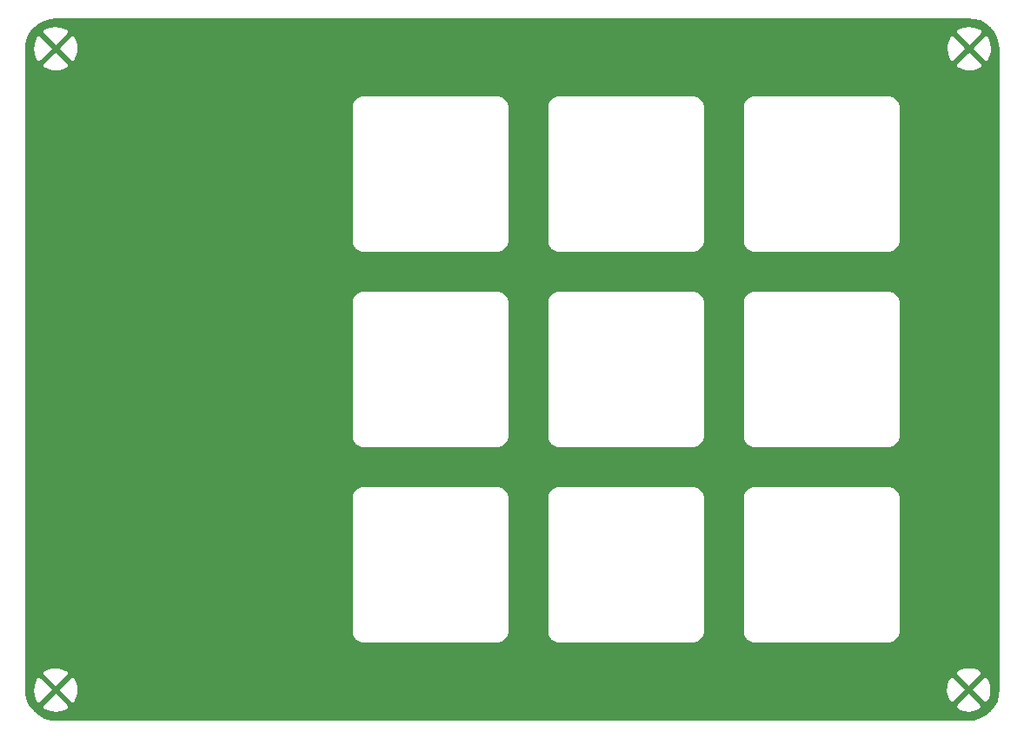
<source format=gbr>
%TF.GenerationSoftware,KiCad,Pcbnew,(5.1.10-1-10_14)*%
%TF.CreationDate,2021-09-27T22:16:21+08:00*%
%TF.ProjectId,top-plate,746f702d-706c-4617-9465-2e6b69636164,rev?*%
%TF.SameCoordinates,Original*%
%TF.FileFunction,Copper,L1,Top*%
%TF.FilePolarity,Positive*%
%FSLAX46Y46*%
G04 Gerber Fmt 4.6, Leading zero omitted, Abs format (unit mm)*
G04 Created by KiCad (PCBNEW (5.1.10-1-10_14)) date 2021-09-27 22:16:21*
%MOMM*%
%LPD*%
G01*
G04 APERTURE LIST*
%TA.AperFunction,Conductor*%
%ADD10C,0.254000*%
%TD*%
%TA.AperFunction,Conductor*%
%ADD11C,0.100000*%
%TD*%
G04 APERTURE END LIST*
D10*
%TO.N,GND*%
X191960865Y-60256277D02*
X192510945Y-60422356D01*
X193018295Y-60692119D01*
X193463581Y-61055285D01*
X193829849Y-61498027D01*
X194103145Y-62003477D01*
X194273061Y-62552390D01*
X194336601Y-63156927D01*
X194336600Y-125492080D01*
X194277125Y-126098660D01*
X194111044Y-126648745D01*
X193841283Y-127156092D01*
X193478117Y-127601378D01*
X193035375Y-127967647D01*
X192529924Y-128240944D01*
X191981014Y-128410860D01*
X191376482Y-128474400D01*
X102606520Y-128474400D01*
X101999940Y-128414925D01*
X101449855Y-128248844D01*
X100942508Y-127979083D01*
X100497222Y-127615917D01*
X100130953Y-127173175D01*
X100126990Y-127165845D01*
X101137761Y-127165845D01*
X101305802Y-127491643D01*
X101697607Y-127692426D01*
X102121055Y-127812914D01*
X102559873Y-127848476D01*
X102997197Y-127797746D01*
X103416221Y-127662674D01*
X103736198Y-127491643D01*
X103904239Y-127165845D01*
X103878840Y-127140445D01*
X190056016Y-127140445D01*
X190224057Y-127466243D01*
X190615862Y-127667026D01*
X191039310Y-127787514D01*
X191478128Y-127823076D01*
X191915452Y-127772346D01*
X192334476Y-127637274D01*
X192654453Y-127466243D01*
X192822494Y-127140445D01*
X191439255Y-125757205D01*
X190056016Y-127140445D01*
X103878840Y-127140445D01*
X102521000Y-125782605D01*
X101137761Y-127165845D01*
X100126990Y-127165845D01*
X99857656Y-126667724D01*
X99687740Y-126118814D01*
X99637611Y-125641873D01*
X100275524Y-125641873D01*
X100326254Y-126079197D01*
X100461326Y-126498221D01*
X100632357Y-126818198D01*
X100958155Y-126986239D01*
X102341395Y-125603000D01*
X102700605Y-125603000D01*
X104083845Y-126986239D01*
X104409643Y-126818198D01*
X104610426Y-126426393D01*
X104730914Y-126002945D01*
X104762233Y-125616473D01*
X189193779Y-125616473D01*
X189244509Y-126053797D01*
X189379581Y-126472821D01*
X189550612Y-126792798D01*
X189876410Y-126960839D01*
X191259650Y-125577600D01*
X191618860Y-125577600D01*
X193002100Y-126960839D01*
X193327898Y-126792798D01*
X193528681Y-126400993D01*
X193649169Y-125977545D01*
X193684731Y-125538727D01*
X193634001Y-125101403D01*
X193498929Y-124682379D01*
X193327898Y-124362402D01*
X193002100Y-124194361D01*
X191618860Y-125577600D01*
X191259650Y-125577600D01*
X189876410Y-124194361D01*
X189550612Y-124362402D01*
X189349829Y-124754207D01*
X189229341Y-125177655D01*
X189193779Y-125616473D01*
X104762233Y-125616473D01*
X104766476Y-125564127D01*
X104715746Y-125126803D01*
X104580674Y-124707779D01*
X104409643Y-124387802D01*
X104083845Y-124219761D01*
X102700605Y-125603000D01*
X102341395Y-125603000D01*
X100958155Y-124219761D01*
X100632357Y-124387802D01*
X100431574Y-124779607D01*
X100311086Y-125203055D01*
X100275524Y-125641873D01*
X99637611Y-125641873D01*
X99624200Y-125514282D01*
X99624200Y-124040155D01*
X101137761Y-124040155D01*
X102521000Y-125423395D01*
X103904239Y-124040155D01*
X103891139Y-124014755D01*
X190056016Y-124014755D01*
X191439255Y-125397995D01*
X192822494Y-124014755D01*
X192654453Y-123688957D01*
X192262648Y-123488174D01*
X191839200Y-123367686D01*
X191400382Y-123332124D01*
X190963058Y-123382854D01*
X190544034Y-123517926D01*
X190224057Y-123688957D01*
X190056016Y-124014755D01*
X103891139Y-124014755D01*
X103736198Y-123714357D01*
X103344393Y-123513574D01*
X102920945Y-123393086D01*
X102482127Y-123357524D01*
X102044803Y-123408254D01*
X101625779Y-123543326D01*
X101305802Y-123714357D01*
X101137761Y-124040155D01*
X99624200Y-124040155D01*
X99624200Y-106850724D01*
X131291500Y-106850724D01*
X131291501Y-119920477D01*
X131294455Y-119950468D01*
X131294434Y-119953439D01*
X131295401Y-119963305D01*
X131300455Y-120011396D01*
X131301774Y-120024784D01*
X131301909Y-120025231D01*
X131305601Y-120060354D01*
X131318545Y-120123411D01*
X131330599Y-120186601D01*
X131333464Y-120196091D01*
X131362320Y-120289310D01*
X131387252Y-120348621D01*
X131411365Y-120408302D01*
X131416019Y-120417054D01*
X131462432Y-120502892D01*
X131498398Y-120556212D01*
X131533652Y-120610086D01*
X131539917Y-120617768D01*
X131602119Y-120692957D01*
X131647769Y-120738289D01*
X131692799Y-120784273D01*
X131700438Y-120790592D01*
X131776059Y-120852268D01*
X131829647Y-120887872D01*
X131882762Y-120924241D01*
X131891483Y-120928956D01*
X131977644Y-120974768D01*
X132037112Y-120999279D01*
X132096280Y-121024638D01*
X132105749Y-121027569D01*
X132199167Y-121055774D01*
X132262287Y-121068272D01*
X132325243Y-121081654D01*
X132335102Y-121082690D01*
X132432219Y-121092212D01*
X132432223Y-121092212D01*
X132466623Y-121095600D01*
X145536376Y-121095600D01*
X145566376Y-121092645D01*
X145569338Y-121092666D01*
X145579204Y-121091699D01*
X145627144Y-121086660D01*
X145640683Y-121085327D01*
X145641135Y-121085190D01*
X145676253Y-121081499D01*
X145739310Y-121068555D01*
X145802500Y-121056501D01*
X145811990Y-121053636D01*
X145905209Y-121024780D01*
X145964520Y-120999848D01*
X146024201Y-120975735D01*
X146032953Y-120971081D01*
X146118791Y-120924668D01*
X146172111Y-120888702D01*
X146225985Y-120853448D01*
X146233667Y-120847183D01*
X146308856Y-120784981D01*
X146354188Y-120739331D01*
X146400172Y-120694301D01*
X146406491Y-120686662D01*
X146468167Y-120611041D01*
X146503771Y-120557453D01*
X146540140Y-120504338D01*
X146544855Y-120495617D01*
X146590667Y-120409456D01*
X146615178Y-120349988D01*
X146640537Y-120290820D01*
X146643468Y-120281351D01*
X146671673Y-120187933D01*
X146684171Y-120124813D01*
X146697553Y-120061857D01*
X146698589Y-120051998D01*
X146708111Y-119954881D01*
X146708111Y-119954877D01*
X146711499Y-119920477D01*
X146711499Y-106850724D01*
X150341500Y-106850724D01*
X150341501Y-119920477D01*
X150344455Y-119950468D01*
X150344434Y-119953439D01*
X150345401Y-119963305D01*
X150350455Y-120011396D01*
X150351774Y-120024784D01*
X150351909Y-120025231D01*
X150355601Y-120060354D01*
X150368545Y-120123411D01*
X150380599Y-120186601D01*
X150383464Y-120196091D01*
X150412320Y-120289310D01*
X150437252Y-120348621D01*
X150461365Y-120408302D01*
X150466019Y-120417054D01*
X150512432Y-120502892D01*
X150548398Y-120556212D01*
X150583652Y-120610086D01*
X150589917Y-120617768D01*
X150652119Y-120692957D01*
X150697769Y-120738289D01*
X150742799Y-120784273D01*
X150750438Y-120790592D01*
X150826059Y-120852268D01*
X150879647Y-120887872D01*
X150932762Y-120924241D01*
X150941483Y-120928956D01*
X151027644Y-120974768D01*
X151087112Y-120999279D01*
X151146280Y-121024638D01*
X151155749Y-121027569D01*
X151249167Y-121055774D01*
X151312287Y-121068272D01*
X151375243Y-121081654D01*
X151385102Y-121082690D01*
X151482219Y-121092212D01*
X151482223Y-121092212D01*
X151516623Y-121095600D01*
X164586377Y-121095600D01*
X164616377Y-121092645D01*
X164619339Y-121092666D01*
X164629205Y-121091699D01*
X164677145Y-121086660D01*
X164690684Y-121085327D01*
X164691136Y-121085190D01*
X164726254Y-121081499D01*
X164789311Y-121068555D01*
X164852501Y-121056501D01*
X164861991Y-121053636D01*
X164955210Y-121024780D01*
X165014521Y-120999848D01*
X165074202Y-120975735D01*
X165082954Y-120971081D01*
X165168792Y-120924668D01*
X165222112Y-120888702D01*
X165275986Y-120853448D01*
X165283668Y-120847183D01*
X165358857Y-120784981D01*
X165404189Y-120739331D01*
X165450173Y-120694301D01*
X165456492Y-120686662D01*
X165518168Y-120611041D01*
X165553772Y-120557453D01*
X165590141Y-120504338D01*
X165594856Y-120495617D01*
X165640668Y-120409456D01*
X165665179Y-120349988D01*
X165690538Y-120290820D01*
X165693469Y-120281351D01*
X165721674Y-120187933D01*
X165734172Y-120124813D01*
X165747554Y-120061857D01*
X165748590Y-120051998D01*
X165758112Y-119954881D01*
X165758112Y-119954877D01*
X165761500Y-119920477D01*
X165761500Y-106850724D01*
X169391500Y-106850724D01*
X169391501Y-119920477D01*
X169394455Y-119950468D01*
X169394434Y-119953439D01*
X169395401Y-119963305D01*
X169400455Y-120011396D01*
X169401774Y-120024784D01*
X169401909Y-120025231D01*
X169405601Y-120060354D01*
X169418545Y-120123411D01*
X169430599Y-120186601D01*
X169433464Y-120196091D01*
X169462320Y-120289310D01*
X169487252Y-120348621D01*
X169511365Y-120408302D01*
X169516019Y-120417054D01*
X169562432Y-120502892D01*
X169598398Y-120556212D01*
X169633652Y-120610086D01*
X169639917Y-120617768D01*
X169702119Y-120692957D01*
X169747769Y-120738289D01*
X169792799Y-120784273D01*
X169800438Y-120790592D01*
X169876059Y-120852268D01*
X169929647Y-120887872D01*
X169982762Y-120924241D01*
X169991483Y-120928956D01*
X170077644Y-120974768D01*
X170137112Y-120999279D01*
X170196280Y-121024638D01*
X170205749Y-121027569D01*
X170299167Y-121055774D01*
X170362287Y-121068272D01*
X170425243Y-121081654D01*
X170435102Y-121082690D01*
X170532219Y-121092212D01*
X170532223Y-121092212D01*
X170566623Y-121095600D01*
X183636377Y-121095600D01*
X183666377Y-121092645D01*
X183669339Y-121092666D01*
X183679205Y-121091699D01*
X183727145Y-121086660D01*
X183740684Y-121085327D01*
X183741136Y-121085190D01*
X183776254Y-121081499D01*
X183839311Y-121068555D01*
X183902501Y-121056501D01*
X183911991Y-121053636D01*
X184005210Y-121024780D01*
X184064521Y-120999848D01*
X184124202Y-120975735D01*
X184132954Y-120971081D01*
X184218792Y-120924668D01*
X184272112Y-120888702D01*
X184325986Y-120853448D01*
X184333668Y-120847183D01*
X184408857Y-120784981D01*
X184454189Y-120739331D01*
X184500173Y-120694301D01*
X184506492Y-120686662D01*
X184568168Y-120611041D01*
X184603772Y-120557453D01*
X184640141Y-120504338D01*
X184644856Y-120495617D01*
X184690668Y-120409456D01*
X184715179Y-120349988D01*
X184740538Y-120290820D01*
X184743469Y-120281351D01*
X184771674Y-120187933D01*
X184784172Y-120124813D01*
X184797554Y-120061857D01*
X184798590Y-120051998D01*
X184808112Y-119954881D01*
X184808112Y-119954877D01*
X184811500Y-119920477D01*
X184811500Y-106850723D01*
X184808545Y-106820723D01*
X184808566Y-106817761D01*
X184807599Y-106807895D01*
X184802561Y-106759963D01*
X184801227Y-106746416D01*
X184801090Y-106745964D01*
X184797399Y-106710847D01*
X184784458Y-106647803D01*
X184772401Y-106584599D01*
X184769536Y-106575109D01*
X184740680Y-106481890D01*
X184715753Y-106422591D01*
X184691635Y-106362898D01*
X184686981Y-106354145D01*
X184640568Y-106268308D01*
X184604602Y-106214988D01*
X184569348Y-106161114D01*
X184563082Y-106153432D01*
X184500881Y-106078243D01*
X184455231Y-106032911D01*
X184410201Y-105986927D01*
X184402562Y-105980608D01*
X184326941Y-105918932D01*
X184273353Y-105883328D01*
X184220238Y-105846959D01*
X184211517Y-105842244D01*
X184125356Y-105796432D01*
X184065888Y-105771921D01*
X184006720Y-105746562D01*
X183997251Y-105743631D01*
X183903833Y-105715426D01*
X183840713Y-105702928D01*
X183777757Y-105689546D01*
X183767898Y-105688510D01*
X183670781Y-105678988D01*
X183670777Y-105678988D01*
X183636377Y-105675600D01*
X170566623Y-105675600D01*
X170536623Y-105678555D01*
X170533661Y-105678534D01*
X170523795Y-105679501D01*
X170475863Y-105684539D01*
X170462316Y-105685873D01*
X170461864Y-105686010D01*
X170426747Y-105689701D01*
X170363703Y-105702642D01*
X170300499Y-105714699D01*
X170291009Y-105717564D01*
X170197790Y-105746420D01*
X170138491Y-105771347D01*
X170078798Y-105795465D01*
X170070045Y-105800119D01*
X169984208Y-105846532D01*
X169930888Y-105882498D01*
X169877014Y-105917752D01*
X169869332Y-105924018D01*
X169794143Y-105986219D01*
X169748811Y-106031869D01*
X169702827Y-106076899D01*
X169696508Y-106084538D01*
X169634832Y-106160159D01*
X169599228Y-106213747D01*
X169562859Y-106266862D01*
X169558144Y-106275583D01*
X169512332Y-106361744D01*
X169487821Y-106421212D01*
X169462462Y-106480380D01*
X169459531Y-106489849D01*
X169431326Y-106583267D01*
X169418828Y-106646387D01*
X169405446Y-106709343D01*
X169404410Y-106719202D01*
X169394924Y-106815955D01*
X169391500Y-106850724D01*
X165761500Y-106850724D01*
X165761500Y-106850723D01*
X165758545Y-106820723D01*
X165758566Y-106817761D01*
X165757599Y-106807895D01*
X165752561Y-106759963D01*
X165751227Y-106746416D01*
X165751090Y-106745964D01*
X165747399Y-106710847D01*
X165734458Y-106647803D01*
X165722401Y-106584599D01*
X165719536Y-106575109D01*
X165690680Y-106481890D01*
X165665753Y-106422591D01*
X165641635Y-106362898D01*
X165636981Y-106354145D01*
X165590568Y-106268308D01*
X165554602Y-106214988D01*
X165519348Y-106161114D01*
X165513082Y-106153432D01*
X165450881Y-106078243D01*
X165405231Y-106032911D01*
X165360201Y-105986927D01*
X165352562Y-105980608D01*
X165276941Y-105918932D01*
X165223353Y-105883328D01*
X165170238Y-105846959D01*
X165161517Y-105842244D01*
X165075356Y-105796432D01*
X165015888Y-105771921D01*
X164956720Y-105746562D01*
X164947251Y-105743631D01*
X164853833Y-105715426D01*
X164790713Y-105702928D01*
X164727757Y-105689546D01*
X164717898Y-105688510D01*
X164620781Y-105678988D01*
X164620777Y-105678988D01*
X164586377Y-105675600D01*
X151516623Y-105675600D01*
X151486623Y-105678555D01*
X151483661Y-105678534D01*
X151473795Y-105679501D01*
X151425863Y-105684539D01*
X151412316Y-105685873D01*
X151411864Y-105686010D01*
X151376747Y-105689701D01*
X151313703Y-105702642D01*
X151250499Y-105714699D01*
X151241009Y-105717564D01*
X151147790Y-105746420D01*
X151088491Y-105771347D01*
X151028798Y-105795465D01*
X151020045Y-105800119D01*
X150934208Y-105846532D01*
X150880888Y-105882498D01*
X150827014Y-105917752D01*
X150819332Y-105924018D01*
X150744143Y-105986219D01*
X150698811Y-106031869D01*
X150652827Y-106076899D01*
X150646508Y-106084538D01*
X150584832Y-106160159D01*
X150549228Y-106213747D01*
X150512859Y-106266862D01*
X150508144Y-106275583D01*
X150462332Y-106361744D01*
X150437821Y-106421212D01*
X150412462Y-106480380D01*
X150409531Y-106489849D01*
X150381326Y-106583267D01*
X150368828Y-106646387D01*
X150355446Y-106709343D01*
X150354410Y-106719202D01*
X150344924Y-106815955D01*
X150341500Y-106850724D01*
X146711499Y-106850724D01*
X146711499Y-106850723D01*
X146708544Y-106820723D01*
X146708565Y-106817761D01*
X146707598Y-106807895D01*
X146702560Y-106759963D01*
X146701226Y-106746416D01*
X146701089Y-106745964D01*
X146697398Y-106710847D01*
X146684457Y-106647803D01*
X146672400Y-106584599D01*
X146669535Y-106575109D01*
X146640679Y-106481890D01*
X146615752Y-106422591D01*
X146591634Y-106362898D01*
X146586980Y-106354145D01*
X146540567Y-106268308D01*
X146504601Y-106214988D01*
X146469347Y-106161114D01*
X146463081Y-106153432D01*
X146400880Y-106078243D01*
X146355230Y-106032911D01*
X146310200Y-105986927D01*
X146302561Y-105980608D01*
X146226940Y-105918932D01*
X146173352Y-105883328D01*
X146120237Y-105846959D01*
X146111516Y-105842244D01*
X146025355Y-105796432D01*
X145965887Y-105771921D01*
X145906719Y-105746562D01*
X145897250Y-105743631D01*
X145803832Y-105715426D01*
X145740712Y-105702928D01*
X145677756Y-105689546D01*
X145667897Y-105688510D01*
X145570780Y-105678988D01*
X145570776Y-105678988D01*
X145536376Y-105675600D01*
X132466623Y-105675600D01*
X132436623Y-105678555D01*
X132433661Y-105678534D01*
X132423795Y-105679501D01*
X132375863Y-105684539D01*
X132362316Y-105685873D01*
X132361864Y-105686010D01*
X132326747Y-105689701D01*
X132263703Y-105702642D01*
X132200499Y-105714699D01*
X132191009Y-105717564D01*
X132097790Y-105746420D01*
X132038491Y-105771347D01*
X131978798Y-105795465D01*
X131970045Y-105800119D01*
X131884208Y-105846532D01*
X131830888Y-105882498D01*
X131777014Y-105917752D01*
X131769332Y-105924018D01*
X131694143Y-105986219D01*
X131648811Y-106031869D01*
X131602827Y-106076899D01*
X131596508Y-106084538D01*
X131534832Y-106160159D01*
X131499228Y-106213747D01*
X131462859Y-106266862D01*
X131458144Y-106275583D01*
X131412332Y-106361744D01*
X131387821Y-106421212D01*
X131362462Y-106480380D01*
X131359531Y-106489849D01*
X131331326Y-106583267D01*
X131318828Y-106646387D01*
X131305446Y-106709343D01*
X131304410Y-106719202D01*
X131294924Y-106815955D01*
X131291500Y-106850724D01*
X99624200Y-106850724D01*
X99624200Y-87800724D01*
X131291500Y-87800724D01*
X131291501Y-100870477D01*
X131294455Y-100900468D01*
X131294434Y-100903439D01*
X131295401Y-100913305D01*
X131300455Y-100961396D01*
X131301774Y-100974784D01*
X131301909Y-100975231D01*
X131305601Y-101010354D01*
X131318545Y-101073411D01*
X131330599Y-101136601D01*
X131333464Y-101146091D01*
X131362320Y-101239310D01*
X131387252Y-101298621D01*
X131411365Y-101358302D01*
X131416019Y-101367054D01*
X131462432Y-101452892D01*
X131498398Y-101506212D01*
X131533652Y-101560086D01*
X131539917Y-101567768D01*
X131602119Y-101642957D01*
X131647769Y-101688289D01*
X131692799Y-101734273D01*
X131700438Y-101740592D01*
X131776059Y-101802268D01*
X131829647Y-101837872D01*
X131882762Y-101874241D01*
X131891483Y-101878956D01*
X131977644Y-101924768D01*
X132037112Y-101949279D01*
X132096280Y-101974638D01*
X132105749Y-101977569D01*
X132199167Y-102005774D01*
X132262287Y-102018272D01*
X132325243Y-102031654D01*
X132335102Y-102032690D01*
X132432219Y-102042212D01*
X132432223Y-102042212D01*
X132466623Y-102045600D01*
X145536376Y-102045600D01*
X145566376Y-102042645D01*
X145569338Y-102042666D01*
X145579204Y-102041699D01*
X145627144Y-102036660D01*
X145640683Y-102035327D01*
X145641135Y-102035190D01*
X145676253Y-102031499D01*
X145739310Y-102018555D01*
X145802500Y-102006501D01*
X145811990Y-102003636D01*
X145905209Y-101974780D01*
X145964520Y-101949848D01*
X146024201Y-101925735D01*
X146032953Y-101921081D01*
X146118791Y-101874668D01*
X146172111Y-101838702D01*
X146225985Y-101803448D01*
X146233667Y-101797183D01*
X146308856Y-101734981D01*
X146354188Y-101689331D01*
X146400172Y-101644301D01*
X146406491Y-101636662D01*
X146468167Y-101561041D01*
X146503771Y-101507453D01*
X146540140Y-101454338D01*
X146544855Y-101445617D01*
X146590667Y-101359456D01*
X146615178Y-101299988D01*
X146640537Y-101240820D01*
X146643468Y-101231351D01*
X146671673Y-101137933D01*
X146684171Y-101074813D01*
X146697553Y-101011857D01*
X146698589Y-101001998D01*
X146708111Y-100904881D01*
X146708111Y-100904877D01*
X146711499Y-100870477D01*
X146711499Y-87800724D01*
X150341500Y-87800724D01*
X150341501Y-100870477D01*
X150344455Y-100900468D01*
X150344434Y-100903439D01*
X150345401Y-100913305D01*
X150350455Y-100961396D01*
X150351774Y-100974784D01*
X150351909Y-100975231D01*
X150355601Y-101010354D01*
X150368545Y-101073411D01*
X150380599Y-101136601D01*
X150383464Y-101146091D01*
X150412320Y-101239310D01*
X150437252Y-101298621D01*
X150461365Y-101358302D01*
X150466019Y-101367054D01*
X150512432Y-101452892D01*
X150548398Y-101506212D01*
X150583652Y-101560086D01*
X150589917Y-101567768D01*
X150652119Y-101642957D01*
X150697769Y-101688289D01*
X150742799Y-101734273D01*
X150750438Y-101740592D01*
X150826059Y-101802268D01*
X150879647Y-101837872D01*
X150932762Y-101874241D01*
X150941483Y-101878956D01*
X151027644Y-101924768D01*
X151087112Y-101949279D01*
X151146280Y-101974638D01*
X151155749Y-101977569D01*
X151249167Y-102005774D01*
X151312287Y-102018272D01*
X151375243Y-102031654D01*
X151385102Y-102032690D01*
X151482219Y-102042212D01*
X151482223Y-102042212D01*
X151516623Y-102045600D01*
X164586377Y-102045600D01*
X164616377Y-102042645D01*
X164619339Y-102042666D01*
X164629205Y-102041699D01*
X164677145Y-102036660D01*
X164690684Y-102035327D01*
X164691136Y-102035190D01*
X164726254Y-102031499D01*
X164789311Y-102018555D01*
X164852501Y-102006501D01*
X164861991Y-102003636D01*
X164955210Y-101974780D01*
X165014521Y-101949848D01*
X165074202Y-101925735D01*
X165082954Y-101921081D01*
X165168792Y-101874668D01*
X165222112Y-101838702D01*
X165275986Y-101803448D01*
X165283668Y-101797183D01*
X165358857Y-101734981D01*
X165404189Y-101689331D01*
X165450173Y-101644301D01*
X165456492Y-101636662D01*
X165518168Y-101561041D01*
X165553772Y-101507453D01*
X165590141Y-101454338D01*
X165594856Y-101445617D01*
X165640668Y-101359456D01*
X165665179Y-101299988D01*
X165690538Y-101240820D01*
X165693469Y-101231351D01*
X165721674Y-101137933D01*
X165734172Y-101074813D01*
X165747554Y-101011857D01*
X165748590Y-101001998D01*
X165758112Y-100904881D01*
X165758112Y-100904877D01*
X165761500Y-100870477D01*
X165761500Y-87800724D01*
X169391500Y-87800724D01*
X169391501Y-100870477D01*
X169394455Y-100900468D01*
X169394434Y-100903439D01*
X169395401Y-100913305D01*
X169400455Y-100961396D01*
X169401774Y-100974784D01*
X169401909Y-100975231D01*
X169405601Y-101010354D01*
X169418545Y-101073411D01*
X169430599Y-101136601D01*
X169433464Y-101146091D01*
X169462320Y-101239310D01*
X169487252Y-101298621D01*
X169511365Y-101358302D01*
X169516019Y-101367054D01*
X169562432Y-101452892D01*
X169598398Y-101506212D01*
X169633652Y-101560086D01*
X169639917Y-101567768D01*
X169702119Y-101642957D01*
X169747769Y-101688289D01*
X169792799Y-101734273D01*
X169800438Y-101740592D01*
X169876059Y-101802268D01*
X169929647Y-101837872D01*
X169982762Y-101874241D01*
X169991483Y-101878956D01*
X170077644Y-101924768D01*
X170137112Y-101949279D01*
X170196280Y-101974638D01*
X170205749Y-101977569D01*
X170299167Y-102005774D01*
X170362287Y-102018272D01*
X170425243Y-102031654D01*
X170435102Y-102032690D01*
X170532219Y-102042212D01*
X170532223Y-102042212D01*
X170566623Y-102045600D01*
X183636377Y-102045600D01*
X183666377Y-102042645D01*
X183669339Y-102042666D01*
X183679205Y-102041699D01*
X183727145Y-102036660D01*
X183740684Y-102035327D01*
X183741136Y-102035190D01*
X183776254Y-102031499D01*
X183839311Y-102018555D01*
X183902501Y-102006501D01*
X183911991Y-102003636D01*
X184005210Y-101974780D01*
X184064521Y-101949848D01*
X184124202Y-101925735D01*
X184132954Y-101921081D01*
X184218792Y-101874668D01*
X184272112Y-101838702D01*
X184325986Y-101803448D01*
X184333668Y-101797183D01*
X184408857Y-101734981D01*
X184454189Y-101689331D01*
X184500173Y-101644301D01*
X184506492Y-101636662D01*
X184568168Y-101561041D01*
X184603772Y-101507453D01*
X184640141Y-101454338D01*
X184644856Y-101445617D01*
X184690668Y-101359456D01*
X184715179Y-101299988D01*
X184740538Y-101240820D01*
X184743469Y-101231351D01*
X184771674Y-101137933D01*
X184784172Y-101074813D01*
X184797554Y-101011857D01*
X184798590Y-101001998D01*
X184808112Y-100904881D01*
X184808112Y-100904877D01*
X184811500Y-100870477D01*
X184811500Y-87800723D01*
X184808545Y-87770723D01*
X184808566Y-87767761D01*
X184807599Y-87757895D01*
X184802561Y-87709963D01*
X184801227Y-87696416D01*
X184801090Y-87695964D01*
X184797399Y-87660847D01*
X184784458Y-87597803D01*
X184772401Y-87534599D01*
X184769536Y-87525109D01*
X184740680Y-87431890D01*
X184715753Y-87372591D01*
X184691635Y-87312898D01*
X184686981Y-87304145D01*
X184640568Y-87218308D01*
X184604602Y-87164988D01*
X184569348Y-87111114D01*
X184563082Y-87103432D01*
X184500881Y-87028243D01*
X184455231Y-86982911D01*
X184410201Y-86936927D01*
X184402562Y-86930608D01*
X184326941Y-86868932D01*
X184273353Y-86833328D01*
X184220238Y-86796959D01*
X184211517Y-86792244D01*
X184125356Y-86746432D01*
X184065888Y-86721921D01*
X184006720Y-86696562D01*
X183997251Y-86693631D01*
X183903833Y-86665426D01*
X183840713Y-86652928D01*
X183777757Y-86639546D01*
X183767898Y-86638510D01*
X183670781Y-86628988D01*
X183670777Y-86628988D01*
X183636377Y-86625600D01*
X170566623Y-86625600D01*
X170536623Y-86628555D01*
X170533661Y-86628534D01*
X170523795Y-86629501D01*
X170475863Y-86634539D01*
X170462316Y-86635873D01*
X170461864Y-86636010D01*
X170426747Y-86639701D01*
X170363703Y-86652642D01*
X170300499Y-86664699D01*
X170291009Y-86667564D01*
X170197790Y-86696420D01*
X170138491Y-86721347D01*
X170078798Y-86745465D01*
X170070045Y-86750119D01*
X169984208Y-86796532D01*
X169930888Y-86832498D01*
X169877014Y-86867752D01*
X169869332Y-86874018D01*
X169794143Y-86936219D01*
X169748811Y-86981869D01*
X169702827Y-87026899D01*
X169696508Y-87034538D01*
X169634832Y-87110159D01*
X169599228Y-87163747D01*
X169562859Y-87216862D01*
X169558144Y-87225583D01*
X169512332Y-87311744D01*
X169487821Y-87371212D01*
X169462462Y-87430380D01*
X169459531Y-87439849D01*
X169431326Y-87533267D01*
X169418828Y-87596387D01*
X169405446Y-87659343D01*
X169404410Y-87669202D01*
X169394924Y-87765955D01*
X169391500Y-87800724D01*
X165761500Y-87800724D01*
X165761500Y-87800723D01*
X165758545Y-87770723D01*
X165758566Y-87767761D01*
X165757599Y-87757895D01*
X165752561Y-87709963D01*
X165751227Y-87696416D01*
X165751090Y-87695964D01*
X165747399Y-87660847D01*
X165734458Y-87597803D01*
X165722401Y-87534599D01*
X165719536Y-87525109D01*
X165690680Y-87431890D01*
X165665753Y-87372591D01*
X165641635Y-87312898D01*
X165636981Y-87304145D01*
X165590568Y-87218308D01*
X165554602Y-87164988D01*
X165519348Y-87111114D01*
X165513082Y-87103432D01*
X165450881Y-87028243D01*
X165405231Y-86982911D01*
X165360201Y-86936927D01*
X165352562Y-86930608D01*
X165276941Y-86868932D01*
X165223353Y-86833328D01*
X165170238Y-86796959D01*
X165161517Y-86792244D01*
X165075356Y-86746432D01*
X165015888Y-86721921D01*
X164956720Y-86696562D01*
X164947251Y-86693631D01*
X164853833Y-86665426D01*
X164790713Y-86652928D01*
X164727757Y-86639546D01*
X164717898Y-86638510D01*
X164620781Y-86628988D01*
X164620777Y-86628988D01*
X164586377Y-86625600D01*
X151516623Y-86625600D01*
X151486623Y-86628555D01*
X151483661Y-86628534D01*
X151473795Y-86629501D01*
X151425863Y-86634539D01*
X151412316Y-86635873D01*
X151411864Y-86636010D01*
X151376747Y-86639701D01*
X151313703Y-86652642D01*
X151250499Y-86664699D01*
X151241009Y-86667564D01*
X151147790Y-86696420D01*
X151088491Y-86721347D01*
X151028798Y-86745465D01*
X151020045Y-86750119D01*
X150934208Y-86796532D01*
X150880888Y-86832498D01*
X150827014Y-86867752D01*
X150819332Y-86874018D01*
X150744143Y-86936219D01*
X150698811Y-86981869D01*
X150652827Y-87026899D01*
X150646508Y-87034538D01*
X150584832Y-87110159D01*
X150549228Y-87163747D01*
X150512859Y-87216862D01*
X150508144Y-87225583D01*
X150462332Y-87311744D01*
X150437821Y-87371212D01*
X150412462Y-87430380D01*
X150409531Y-87439849D01*
X150381326Y-87533267D01*
X150368828Y-87596387D01*
X150355446Y-87659343D01*
X150354410Y-87669202D01*
X150344924Y-87765955D01*
X150341500Y-87800724D01*
X146711499Y-87800724D01*
X146711499Y-87800723D01*
X146708544Y-87770723D01*
X146708565Y-87767761D01*
X146707598Y-87757895D01*
X146702560Y-87709963D01*
X146701226Y-87696416D01*
X146701089Y-87695964D01*
X146697398Y-87660847D01*
X146684457Y-87597803D01*
X146672400Y-87534599D01*
X146669535Y-87525109D01*
X146640679Y-87431890D01*
X146615752Y-87372591D01*
X146591634Y-87312898D01*
X146586980Y-87304145D01*
X146540567Y-87218308D01*
X146504601Y-87164988D01*
X146469347Y-87111114D01*
X146463081Y-87103432D01*
X146400880Y-87028243D01*
X146355230Y-86982911D01*
X146310200Y-86936927D01*
X146302561Y-86930608D01*
X146226940Y-86868932D01*
X146173352Y-86833328D01*
X146120237Y-86796959D01*
X146111516Y-86792244D01*
X146025355Y-86746432D01*
X145965887Y-86721921D01*
X145906719Y-86696562D01*
X145897250Y-86693631D01*
X145803832Y-86665426D01*
X145740712Y-86652928D01*
X145677756Y-86639546D01*
X145667897Y-86638510D01*
X145570780Y-86628988D01*
X145570776Y-86628988D01*
X145536376Y-86625600D01*
X132466623Y-86625600D01*
X132436623Y-86628555D01*
X132433661Y-86628534D01*
X132423795Y-86629501D01*
X132375863Y-86634539D01*
X132362316Y-86635873D01*
X132361864Y-86636010D01*
X132326747Y-86639701D01*
X132263703Y-86652642D01*
X132200499Y-86664699D01*
X132191009Y-86667564D01*
X132097790Y-86696420D01*
X132038491Y-86721347D01*
X131978798Y-86745465D01*
X131970045Y-86750119D01*
X131884208Y-86796532D01*
X131830888Y-86832498D01*
X131777014Y-86867752D01*
X131769332Y-86874018D01*
X131694143Y-86936219D01*
X131648811Y-86981869D01*
X131602827Y-87026899D01*
X131596508Y-87034538D01*
X131534832Y-87110159D01*
X131499228Y-87163747D01*
X131462859Y-87216862D01*
X131458144Y-87225583D01*
X131412332Y-87311744D01*
X131387821Y-87371212D01*
X131362462Y-87430380D01*
X131359531Y-87439849D01*
X131331326Y-87533267D01*
X131318828Y-87596387D01*
X131305446Y-87659343D01*
X131304410Y-87669202D01*
X131294924Y-87765955D01*
X131291500Y-87800724D01*
X99624200Y-87800724D01*
X99624200Y-68750724D01*
X131291500Y-68750724D01*
X131291501Y-81820476D01*
X131294455Y-81850467D01*
X131294434Y-81853438D01*
X131295401Y-81863304D01*
X131300455Y-81911395D01*
X131301774Y-81924783D01*
X131301909Y-81925230D01*
X131305601Y-81960353D01*
X131318545Y-82023410D01*
X131330599Y-82086600D01*
X131333464Y-82096090D01*
X131362320Y-82189309D01*
X131387252Y-82248620D01*
X131411365Y-82308301D01*
X131416019Y-82317053D01*
X131462432Y-82402891D01*
X131498398Y-82456211D01*
X131533652Y-82510085D01*
X131539917Y-82517767D01*
X131602119Y-82592956D01*
X131647769Y-82638288D01*
X131692799Y-82684272D01*
X131700438Y-82690591D01*
X131776059Y-82752267D01*
X131829647Y-82787871D01*
X131882762Y-82824240D01*
X131891483Y-82828955D01*
X131977644Y-82874767D01*
X132037112Y-82899278D01*
X132096280Y-82924637D01*
X132105749Y-82927568D01*
X132199167Y-82955773D01*
X132262287Y-82968271D01*
X132325243Y-82981653D01*
X132335102Y-82982689D01*
X132432219Y-82992211D01*
X132432223Y-82992211D01*
X132466623Y-82995599D01*
X145536376Y-82995599D01*
X145566376Y-82992644D01*
X145569338Y-82992665D01*
X145579204Y-82991698D01*
X145627144Y-82986659D01*
X145640683Y-82985326D01*
X145641135Y-82985189D01*
X145676253Y-82981498D01*
X145739310Y-82968554D01*
X145802500Y-82956500D01*
X145811990Y-82953635D01*
X145905209Y-82924779D01*
X145964520Y-82899847D01*
X146024201Y-82875734D01*
X146032953Y-82871080D01*
X146118791Y-82824667D01*
X146172111Y-82788701D01*
X146225985Y-82753447D01*
X146233667Y-82747182D01*
X146308856Y-82684980D01*
X146354188Y-82639330D01*
X146400172Y-82594300D01*
X146406491Y-82586661D01*
X146468167Y-82511040D01*
X146503771Y-82457452D01*
X146540140Y-82404337D01*
X146544855Y-82395616D01*
X146590667Y-82309455D01*
X146615178Y-82249987D01*
X146640537Y-82190819D01*
X146643468Y-82181350D01*
X146671673Y-82087932D01*
X146684171Y-82024812D01*
X146697553Y-81961856D01*
X146698589Y-81951997D01*
X146708111Y-81854880D01*
X146708111Y-81854876D01*
X146711499Y-81820476D01*
X146711499Y-68750724D01*
X150341500Y-68750724D01*
X150341501Y-81820476D01*
X150344455Y-81850467D01*
X150344434Y-81853438D01*
X150345401Y-81863304D01*
X150350455Y-81911395D01*
X150351774Y-81924783D01*
X150351909Y-81925230D01*
X150355601Y-81960353D01*
X150368545Y-82023410D01*
X150380599Y-82086600D01*
X150383464Y-82096090D01*
X150412320Y-82189309D01*
X150437252Y-82248620D01*
X150461365Y-82308301D01*
X150466019Y-82317053D01*
X150512432Y-82402891D01*
X150548398Y-82456211D01*
X150583652Y-82510085D01*
X150589917Y-82517767D01*
X150652119Y-82592956D01*
X150697769Y-82638288D01*
X150742799Y-82684272D01*
X150750438Y-82690591D01*
X150826059Y-82752267D01*
X150879647Y-82787871D01*
X150932762Y-82824240D01*
X150941483Y-82828955D01*
X151027644Y-82874767D01*
X151087112Y-82899278D01*
X151146280Y-82924637D01*
X151155749Y-82927568D01*
X151249167Y-82955773D01*
X151312287Y-82968271D01*
X151375243Y-82981653D01*
X151385102Y-82982689D01*
X151482219Y-82992211D01*
X151482223Y-82992211D01*
X151516623Y-82995599D01*
X164586377Y-82995599D01*
X164616377Y-82992644D01*
X164619339Y-82992665D01*
X164629205Y-82991698D01*
X164677145Y-82986659D01*
X164690684Y-82985326D01*
X164691136Y-82985189D01*
X164726254Y-82981498D01*
X164789311Y-82968554D01*
X164852501Y-82956500D01*
X164861991Y-82953635D01*
X164955210Y-82924779D01*
X165014521Y-82899847D01*
X165074202Y-82875734D01*
X165082954Y-82871080D01*
X165168792Y-82824667D01*
X165222112Y-82788701D01*
X165275986Y-82753447D01*
X165283668Y-82747182D01*
X165358857Y-82684980D01*
X165404189Y-82639330D01*
X165450173Y-82594300D01*
X165456492Y-82586661D01*
X165518168Y-82511040D01*
X165553772Y-82457452D01*
X165590141Y-82404337D01*
X165594856Y-82395616D01*
X165640668Y-82309455D01*
X165665179Y-82249987D01*
X165690538Y-82190819D01*
X165693469Y-82181350D01*
X165721674Y-82087932D01*
X165734172Y-82024812D01*
X165747554Y-81961856D01*
X165748590Y-81951997D01*
X165758112Y-81854880D01*
X165758112Y-81854876D01*
X165761500Y-81820476D01*
X165761500Y-68750724D01*
X169391500Y-68750724D01*
X169391501Y-81820476D01*
X169394455Y-81850467D01*
X169394434Y-81853438D01*
X169395401Y-81863304D01*
X169400455Y-81911395D01*
X169401774Y-81924783D01*
X169401909Y-81925230D01*
X169405601Y-81960353D01*
X169418545Y-82023410D01*
X169430599Y-82086600D01*
X169433464Y-82096090D01*
X169462320Y-82189309D01*
X169487252Y-82248620D01*
X169511365Y-82308301D01*
X169516019Y-82317053D01*
X169562432Y-82402891D01*
X169598398Y-82456211D01*
X169633652Y-82510085D01*
X169639917Y-82517767D01*
X169702119Y-82592956D01*
X169747769Y-82638288D01*
X169792799Y-82684272D01*
X169800438Y-82690591D01*
X169876059Y-82752267D01*
X169929647Y-82787871D01*
X169982762Y-82824240D01*
X169991483Y-82828955D01*
X170077644Y-82874767D01*
X170137112Y-82899278D01*
X170196280Y-82924637D01*
X170205749Y-82927568D01*
X170299167Y-82955773D01*
X170362287Y-82968271D01*
X170425243Y-82981653D01*
X170435102Y-82982689D01*
X170532219Y-82992211D01*
X170532223Y-82992211D01*
X170566623Y-82995599D01*
X183636377Y-82995599D01*
X183666377Y-82992644D01*
X183669339Y-82992665D01*
X183679205Y-82991698D01*
X183727145Y-82986659D01*
X183740684Y-82985326D01*
X183741136Y-82985189D01*
X183776254Y-82981498D01*
X183839311Y-82968554D01*
X183902501Y-82956500D01*
X183911991Y-82953635D01*
X184005210Y-82924779D01*
X184064521Y-82899847D01*
X184124202Y-82875734D01*
X184132954Y-82871080D01*
X184218792Y-82824667D01*
X184272112Y-82788701D01*
X184325986Y-82753447D01*
X184333668Y-82747182D01*
X184408857Y-82684980D01*
X184454189Y-82639330D01*
X184500173Y-82594300D01*
X184506492Y-82586661D01*
X184568168Y-82511040D01*
X184603772Y-82457452D01*
X184640141Y-82404337D01*
X184644856Y-82395616D01*
X184690668Y-82309455D01*
X184715179Y-82249987D01*
X184740538Y-82190819D01*
X184743469Y-82181350D01*
X184771674Y-82087932D01*
X184784172Y-82024812D01*
X184797554Y-81961856D01*
X184798590Y-81951997D01*
X184808112Y-81854880D01*
X184808112Y-81854876D01*
X184811500Y-81820476D01*
X184811500Y-68750723D01*
X184808545Y-68720723D01*
X184808566Y-68717761D01*
X184807599Y-68707895D01*
X184802561Y-68659963D01*
X184801227Y-68646416D01*
X184801090Y-68645964D01*
X184797399Y-68610847D01*
X184784458Y-68547803D01*
X184772401Y-68484599D01*
X184769536Y-68475109D01*
X184740680Y-68381890D01*
X184715753Y-68322591D01*
X184691635Y-68262898D01*
X184686981Y-68254145D01*
X184640568Y-68168308D01*
X184604602Y-68114988D01*
X184569348Y-68061114D01*
X184563082Y-68053432D01*
X184500881Y-67978243D01*
X184455231Y-67932911D01*
X184410201Y-67886927D01*
X184402562Y-67880608D01*
X184326941Y-67818932D01*
X184273353Y-67783328D01*
X184220238Y-67746959D01*
X184211517Y-67742244D01*
X184125356Y-67696432D01*
X184065888Y-67671921D01*
X184006720Y-67646562D01*
X183997251Y-67643631D01*
X183903833Y-67615426D01*
X183840713Y-67602928D01*
X183777757Y-67589546D01*
X183767898Y-67588510D01*
X183670781Y-67578988D01*
X183670777Y-67578988D01*
X183636377Y-67575600D01*
X170566623Y-67575600D01*
X170536623Y-67578555D01*
X170533661Y-67578534D01*
X170523795Y-67579501D01*
X170475863Y-67584539D01*
X170462316Y-67585873D01*
X170461864Y-67586010D01*
X170426747Y-67589701D01*
X170363703Y-67602642D01*
X170300499Y-67614699D01*
X170291009Y-67617564D01*
X170197790Y-67646420D01*
X170138491Y-67671347D01*
X170078798Y-67695465D01*
X170070045Y-67700119D01*
X169984208Y-67746532D01*
X169930888Y-67782498D01*
X169877014Y-67817752D01*
X169869332Y-67824018D01*
X169794143Y-67886219D01*
X169748811Y-67931869D01*
X169702827Y-67976899D01*
X169696508Y-67984538D01*
X169634832Y-68060159D01*
X169599228Y-68113747D01*
X169562859Y-68166862D01*
X169558144Y-68175583D01*
X169512332Y-68261744D01*
X169487821Y-68321212D01*
X169462462Y-68380380D01*
X169459531Y-68389849D01*
X169431326Y-68483267D01*
X169418828Y-68546387D01*
X169405446Y-68609343D01*
X169404410Y-68619202D01*
X169394924Y-68715955D01*
X169391500Y-68750724D01*
X165761500Y-68750724D01*
X165761500Y-68750723D01*
X165758545Y-68720723D01*
X165758566Y-68717761D01*
X165757599Y-68707895D01*
X165752561Y-68659963D01*
X165751227Y-68646416D01*
X165751090Y-68645964D01*
X165747399Y-68610847D01*
X165734458Y-68547803D01*
X165722401Y-68484599D01*
X165719536Y-68475109D01*
X165690680Y-68381890D01*
X165665753Y-68322591D01*
X165641635Y-68262898D01*
X165636981Y-68254145D01*
X165590568Y-68168308D01*
X165554602Y-68114988D01*
X165519348Y-68061114D01*
X165513082Y-68053432D01*
X165450881Y-67978243D01*
X165405231Y-67932911D01*
X165360201Y-67886927D01*
X165352562Y-67880608D01*
X165276941Y-67818932D01*
X165223353Y-67783328D01*
X165170238Y-67746959D01*
X165161517Y-67742244D01*
X165075356Y-67696432D01*
X165015888Y-67671921D01*
X164956720Y-67646562D01*
X164947251Y-67643631D01*
X164853833Y-67615426D01*
X164790713Y-67602928D01*
X164727757Y-67589546D01*
X164717898Y-67588510D01*
X164620781Y-67578988D01*
X164620777Y-67578988D01*
X164586377Y-67575600D01*
X151516623Y-67575600D01*
X151486623Y-67578555D01*
X151483661Y-67578534D01*
X151473795Y-67579501D01*
X151425863Y-67584539D01*
X151412316Y-67585873D01*
X151411864Y-67586010D01*
X151376747Y-67589701D01*
X151313703Y-67602642D01*
X151250499Y-67614699D01*
X151241009Y-67617564D01*
X151147790Y-67646420D01*
X151088491Y-67671347D01*
X151028798Y-67695465D01*
X151020045Y-67700119D01*
X150934208Y-67746532D01*
X150880888Y-67782498D01*
X150827014Y-67817752D01*
X150819332Y-67824018D01*
X150744143Y-67886219D01*
X150698811Y-67931869D01*
X150652827Y-67976899D01*
X150646508Y-67984538D01*
X150584832Y-68060159D01*
X150549228Y-68113747D01*
X150512859Y-68166862D01*
X150508144Y-68175583D01*
X150462332Y-68261744D01*
X150437821Y-68321212D01*
X150412462Y-68380380D01*
X150409531Y-68389849D01*
X150381326Y-68483267D01*
X150368828Y-68546387D01*
X150355446Y-68609343D01*
X150354410Y-68619202D01*
X150344924Y-68715955D01*
X150341500Y-68750724D01*
X146711499Y-68750724D01*
X146711499Y-68750723D01*
X146708544Y-68720723D01*
X146708565Y-68717761D01*
X146707598Y-68707895D01*
X146702560Y-68659963D01*
X146701226Y-68646416D01*
X146701089Y-68645964D01*
X146697398Y-68610847D01*
X146684457Y-68547803D01*
X146672400Y-68484599D01*
X146669535Y-68475109D01*
X146640679Y-68381890D01*
X146615752Y-68322591D01*
X146591634Y-68262898D01*
X146586980Y-68254145D01*
X146540567Y-68168308D01*
X146504601Y-68114988D01*
X146469347Y-68061114D01*
X146463081Y-68053432D01*
X146400880Y-67978243D01*
X146355230Y-67932911D01*
X146310200Y-67886927D01*
X146302561Y-67880608D01*
X146226940Y-67818932D01*
X146173352Y-67783328D01*
X146120237Y-67746959D01*
X146111516Y-67742244D01*
X146025355Y-67696432D01*
X145965887Y-67671921D01*
X145906719Y-67646562D01*
X145897250Y-67643631D01*
X145803832Y-67615426D01*
X145740712Y-67602928D01*
X145677756Y-67589546D01*
X145667897Y-67588510D01*
X145570780Y-67578988D01*
X145570776Y-67578988D01*
X145536376Y-67575600D01*
X132466623Y-67575600D01*
X132436623Y-67578555D01*
X132433661Y-67578534D01*
X132423795Y-67579501D01*
X132375863Y-67584539D01*
X132362316Y-67585873D01*
X132361864Y-67586010D01*
X132326747Y-67589701D01*
X132263703Y-67602642D01*
X132200499Y-67614699D01*
X132191009Y-67617564D01*
X132097790Y-67646420D01*
X132038491Y-67671347D01*
X131978798Y-67695465D01*
X131970045Y-67700119D01*
X131884208Y-67746532D01*
X131830888Y-67782498D01*
X131777014Y-67817752D01*
X131769332Y-67824018D01*
X131694143Y-67886219D01*
X131648811Y-67931869D01*
X131602827Y-67976899D01*
X131596508Y-67984538D01*
X131534832Y-68060159D01*
X131499228Y-68113747D01*
X131462859Y-68166862D01*
X131458144Y-68175583D01*
X131412332Y-68261744D01*
X131387821Y-68321212D01*
X131362462Y-68380380D01*
X131359531Y-68389849D01*
X131331326Y-68483267D01*
X131318828Y-68546387D01*
X131305446Y-68609343D01*
X131304410Y-68619202D01*
X131294924Y-68715955D01*
X131291500Y-68750724D01*
X99624200Y-68750724D01*
X99624200Y-64631045D01*
X101137761Y-64631045D01*
X101305802Y-64956843D01*
X101697607Y-65157626D01*
X102121055Y-65278114D01*
X102559873Y-65313676D01*
X102997197Y-65262946D01*
X103416221Y-65127874D01*
X103736198Y-64956843D01*
X103904239Y-64631045D01*
X190102561Y-64631045D01*
X190270602Y-64956843D01*
X190662407Y-65157626D01*
X191085855Y-65278114D01*
X191524673Y-65313676D01*
X191961997Y-65262946D01*
X192381021Y-65127874D01*
X192700998Y-64956843D01*
X192869039Y-64631045D01*
X191485800Y-63247805D01*
X190102561Y-64631045D01*
X103904239Y-64631045D01*
X102521000Y-63247805D01*
X101137761Y-64631045D01*
X99624200Y-64631045D01*
X99624200Y-63179120D01*
X99631264Y-63107073D01*
X100275524Y-63107073D01*
X100326254Y-63544397D01*
X100461326Y-63963421D01*
X100632357Y-64283398D01*
X100958155Y-64451439D01*
X102341395Y-63068200D01*
X102700605Y-63068200D01*
X104083845Y-64451439D01*
X104409643Y-64283398D01*
X104610426Y-63891593D01*
X104730914Y-63468145D01*
X104760175Y-63107073D01*
X189240324Y-63107073D01*
X189291054Y-63544397D01*
X189426126Y-63963421D01*
X189597157Y-64283398D01*
X189922955Y-64451439D01*
X191306195Y-63068200D01*
X191665405Y-63068200D01*
X193048645Y-64451439D01*
X193374443Y-64283398D01*
X193575226Y-63891593D01*
X193695714Y-63468145D01*
X193731276Y-63029327D01*
X193680546Y-62592003D01*
X193545474Y-62172979D01*
X193374443Y-61853002D01*
X193048645Y-61684961D01*
X191665405Y-63068200D01*
X191306195Y-63068200D01*
X189922955Y-61684961D01*
X189597157Y-61853002D01*
X189396374Y-62244807D01*
X189275886Y-62668255D01*
X189240324Y-63107073D01*
X104760175Y-63107073D01*
X104766476Y-63029327D01*
X104715746Y-62592003D01*
X104580674Y-62172979D01*
X104409643Y-61853002D01*
X104083845Y-61684961D01*
X102700605Y-63068200D01*
X102341395Y-63068200D01*
X100958155Y-61684961D01*
X100632357Y-61853002D01*
X100431574Y-62244807D01*
X100311086Y-62668255D01*
X100275524Y-63107073D01*
X99631264Y-63107073D01*
X99683677Y-62572535D01*
X99849756Y-62022455D01*
X100119519Y-61515105D01*
X100127470Y-61505355D01*
X101137761Y-61505355D01*
X102521000Y-62888595D01*
X103904239Y-61505355D01*
X190102561Y-61505355D01*
X191485800Y-62888595D01*
X192869039Y-61505355D01*
X192700998Y-61179557D01*
X192309193Y-60978774D01*
X191885745Y-60858286D01*
X191446927Y-60822724D01*
X191009603Y-60873454D01*
X190590579Y-61008526D01*
X190270602Y-61179557D01*
X190102561Y-61505355D01*
X103904239Y-61505355D01*
X103736198Y-61179557D01*
X103344393Y-60978774D01*
X102920945Y-60858286D01*
X102482127Y-60822724D01*
X102044803Y-60873454D01*
X101625779Y-61008526D01*
X101305802Y-61179557D01*
X101137761Y-61505355D01*
X100127470Y-61505355D01*
X100482685Y-61069819D01*
X100925427Y-60703551D01*
X101430877Y-60430255D01*
X101979790Y-60260339D01*
X102584317Y-60196800D01*
X191354280Y-60196800D01*
X191960865Y-60256277D01*
%TA.AperFunction,Conductor*%
D11*
G36*
X191960865Y-60256277D02*
G01*
X192510945Y-60422356D01*
X193018295Y-60692119D01*
X193463581Y-61055285D01*
X193829849Y-61498027D01*
X194103145Y-62003477D01*
X194273061Y-62552390D01*
X194336601Y-63156927D01*
X194336600Y-125492080D01*
X194277125Y-126098660D01*
X194111044Y-126648745D01*
X193841283Y-127156092D01*
X193478117Y-127601378D01*
X193035375Y-127967647D01*
X192529924Y-128240944D01*
X191981014Y-128410860D01*
X191376482Y-128474400D01*
X102606520Y-128474400D01*
X101999940Y-128414925D01*
X101449855Y-128248844D01*
X100942508Y-127979083D01*
X100497222Y-127615917D01*
X100130953Y-127173175D01*
X100126990Y-127165845D01*
X101137761Y-127165845D01*
X101305802Y-127491643D01*
X101697607Y-127692426D01*
X102121055Y-127812914D01*
X102559873Y-127848476D01*
X102997197Y-127797746D01*
X103416221Y-127662674D01*
X103736198Y-127491643D01*
X103904239Y-127165845D01*
X103878840Y-127140445D01*
X190056016Y-127140445D01*
X190224057Y-127466243D01*
X190615862Y-127667026D01*
X191039310Y-127787514D01*
X191478128Y-127823076D01*
X191915452Y-127772346D01*
X192334476Y-127637274D01*
X192654453Y-127466243D01*
X192822494Y-127140445D01*
X191439255Y-125757205D01*
X190056016Y-127140445D01*
X103878840Y-127140445D01*
X102521000Y-125782605D01*
X101137761Y-127165845D01*
X100126990Y-127165845D01*
X99857656Y-126667724D01*
X99687740Y-126118814D01*
X99637611Y-125641873D01*
X100275524Y-125641873D01*
X100326254Y-126079197D01*
X100461326Y-126498221D01*
X100632357Y-126818198D01*
X100958155Y-126986239D01*
X102341395Y-125603000D01*
X102700605Y-125603000D01*
X104083845Y-126986239D01*
X104409643Y-126818198D01*
X104610426Y-126426393D01*
X104730914Y-126002945D01*
X104762233Y-125616473D01*
X189193779Y-125616473D01*
X189244509Y-126053797D01*
X189379581Y-126472821D01*
X189550612Y-126792798D01*
X189876410Y-126960839D01*
X191259650Y-125577600D01*
X191618860Y-125577600D01*
X193002100Y-126960839D01*
X193327898Y-126792798D01*
X193528681Y-126400993D01*
X193649169Y-125977545D01*
X193684731Y-125538727D01*
X193634001Y-125101403D01*
X193498929Y-124682379D01*
X193327898Y-124362402D01*
X193002100Y-124194361D01*
X191618860Y-125577600D01*
X191259650Y-125577600D01*
X189876410Y-124194361D01*
X189550612Y-124362402D01*
X189349829Y-124754207D01*
X189229341Y-125177655D01*
X189193779Y-125616473D01*
X104762233Y-125616473D01*
X104766476Y-125564127D01*
X104715746Y-125126803D01*
X104580674Y-124707779D01*
X104409643Y-124387802D01*
X104083845Y-124219761D01*
X102700605Y-125603000D01*
X102341395Y-125603000D01*
X100958155Y-124219761D01*
X100632357Y-124387802D01*
X100431574Y-124779607D01*
X100311086Y-125203055D01*
X100275524Y-125641873D01*
X99637611Y-125641873D01*
X99624200Y-125514282D01*
X99624200Y-124040155D01*
X101137761Y-124040155D01*
X102521000Y-125423395D01*
X103904239Y-124040155D01*
X103891139Y-124014755D01*
X190056016Y-124014755D01*
X191439255Y-125397995D01*
X192822494Y-124014755D01*
X192654453Y-123688957D01*
X192262648Y-123488174D01*
X191839200Y-123367686D01*
X191400382Y-123332124D01*
X190963058Y-123382854D01*
X190544034Y-123517926D01*
X190224057Y-123688957D01*
X190056016Y-124014755D01*
X103891139Y-124014755D01*
X103736198Y-123714357D01*
X103344393Y-123513574D01*
X102920945Y-123393086D01*
X102482127Y-123357524D01*
X102044803Y-123408254D01*
X101625779Y-123543326D01*
X101305802Y-123714357D01*
X101137761Y-124040155D01*
X99624200Y-124040155D01*
X99624200Y-106850724D01*
X131291500Y-106850724D01*
X131291501Y-119920477D01*
X131294455Y-119950468D01*
X131294434Y-119953439D01*
X131295401Y-119963305D01*
X131300455Y-120011396D01*
X131301774Y-120024784D01*
X131301909Y-120025231D01*
X131305601Y-120060354D01*
X131318545Y-120123411D01*
X131330599Y-120186601D01*
X131333464Y-120196091D01*
X131362320Y-120289310D01*
X131387252Y-120348621D01*
X131411365Y-120408302D01*
X131416019Y-120417054D01*
X131462432Y-120502892D01*
X131498398Y-120556212D01*
X131533652Y-120610086D01*
X131539917Y-120617768D01*
X131602119Y-120692957D01*
X131647769Y-120738289D01*
X131692799Y-120784273D01*
X131700438Y-120790592D01*
X131776059Y-120852268D01*
X131829647Y-120887872D01*
X131882762Y-120924241D01*
X131891483Y-120928956D01*
X131977644Y-120974768D01*
X132037112Y-120999279D01*
X132096280Y-121024638D01*
X132105749Y-121027569D01*
X132199167Y-121055774D01*
X132262287Y-121068272D01*
X132325243Y-121081654D01*
X132335102Y-121082690D01*
X132432219Y-121092212D01*
X132432223Y-121092212D01*
X132466623Y-121095600D01*
X145536376Y-121095600D01*
X145566376Y-121092645D01*
X145569338Y-121092666D01*
X145579204Y-121091699D01*
X145627144Y-121086660D01*
X145640683Y-121085327D01*
X145641135Y-121085190D01*
X145676253Y-121081499D01*
X145739310Y-121068555D01*
X145802500Y-121056501D01*
X145811990Y-121053636D01*
X145905209Y-121024780D01*
X145964520Y-120999848D01*
X146024201Y-120975735D01*
X146032953Y-120971081D01*
X146118791Y-120924668D01*
X146172111Y-120888702D01*
X146225985Y-120853448D01*
X146233667Y-120847183D01*
X146308856Y-120784981D01*
X146354188Y-120739331D01*
X146400172Y-120694301D01*
X146406491Y-120686662D01*
X146468167Y-120611041D01*
X146503771Y-120557453D01*
X146540140Y-120504338D01*
X146544855Y-120495617D01*
X146590667Y-120409456D01*
X146615178Y-120349988D01*
X146640537Y-120290820D01*
X146643468Y-120281351D01*
X146671673Y-120187933D01*
X146684171Y-120124813D01*
X146697553Y-120061857D01*
X146698589Y-120051998D01*
X146708111Y-119954881D01*
X146708111Y-119954877D01*
X146711499Y-119920477D01*
X146711499Y-106850724D01*
X150341500Y-106850724D01*
X150341501Y-119920477D01*
X150344455Y-119950468D01*
X150344434Y-119953439D01*
X150345401Y-119963305D01*
X150350455Y-120011396D01*
X150351774Y-120024784D01*
X150351909Y-120025231D01*
X150355601Y-120060354D01*
X150368545Y-120123411D01*
X150380599Y-120186601D01*
X150383464Y-120196091D01*
X150412320Y-120289310D01*
X150437252Y-120348621D01*
X150461365Y-120408302D01*
X150466019Y-120417054D01*
X150512432Y-120502892D01*
X150548398Y-120556212D01*
X150583652Y-120610086D01*
X150589917Y-120617768D01*
X150652119Y-120692957D01*
X150697769Y-120738289D01*
X150742799Y-120784273D01*
X150750438Y-120790592D01*
X150826059Y-120852268D01*
X150879647Y-120887872D01*
X150932762Y-120924241D01*
X150941483Y-120928956D01*
X151027644Y-120974768D01*
X151087112Y-120999279D01*
X151146280Y-121024638D01*
X151155749Y-121027569D01*
X151249167Y-121055774D01*
X151312287Y-121068272D01*
X151375243Y-121081654D01*
X151385102Y-121082690D01*
X151482219Y-121092212D01*
X151482223Y-121092212D01*
X151516623Y-121095600D01*
X164586377Y-121095600D01*
X164616377Y-121092645D01*
X164619339Y-121092666D01*
X164629205Y-121091699D01*
X164677145Y-121086660D01*
X164690684Y-121085327D01*
X164691136Y-121085190D01*
X164726254Y-121081499D01*
X164789311Y-121068555D01*
X164852501Y-121056501D01*
X164861991Y-121053636D01*
X164955210Y-121024780D01*
X165014521Y-120999848D01*
X165074202Y-120975735D01*
X165082954Y-120971081D01*
X165168792Y-120924668D01*
X165222112Y-120888702D01*
X165275986Y-120853448D01*
X165283668Y-120847183D01*
X165358857Y-120784981D01*
X165404189Y-120739331D01*
X165450173Y-120694301D01*
X165456492Y-120686662D01*
X165518168Y-120611041D01*
X165553772Y-120557453D01*
X165590141Y-120504338D01*
X165594856Y-120495617D01*
X165640668Y-120409456D01*
X165665179Y-120349988D01*
X165690538Y-120290820D01*
X165693469Y-120281351D01*
X165721674Y-120187933D01*
X165734172Y-120124813D01*
X165747554Y-120061857D01*
X165748590Y-120051998D01*
X165758112Y-119954881D01*
X165758112Y-119954877D01*
X165761500Y-119920477D01*
X165761500Y-106850724D01*
X169391500Y-106850724D01*
X169391501Y-119920477D01*
X169394455Y-119950468D01*
X169394434Y-119953439D01*
X169395401Y-119963305D01*
X169400455Y-120011396D01*
X169401774Y-120024784D01*
X169401909Y-120025231D01*
X169405601Y-120060354D01*
X169418545Y-120123411D01*
X169430599Y-120186601D01*
X169433464Y-120196091D01*
X169462320Y-120289310D01*
X169487252Y-120348621D01*
X169511365Y-120408302D01*
X169516019Y-120417054D01*
X169562432Y-120502892D01*
X169598398Y-120556212D01*
X169633652Y-120610086D01*
X169639917Y-120617768D01*
X169702119Y-120692957D01*
X169747769Y-120738289D01*
X169792799Y-120784273D01*
X169800438Y-120790592D01*
X169876059Y-120852268D01*
X169929647Y-120887872D01*
X169982762Y-120924241D01*
X169991483Y-120928956D01*
X170077644Y-120974768D01*
X170137112Y-120999279D01*
X170196280Y-121024638D01*
X170205749Y-121027569D01*
X170299167Y-121055774D01*
X170362287Y-121068272D01*
X170425243Y-121081654D01*
X170435102Y-121082690D01*
X170532219Y-121092212D01*
X170532223Y-121092212D01*
X170566623Y-121095600D01*
X183636377Y-121095600D01*
X183666377Y-121092645D01*
X183669339Y-121092666D01*
X183679205Y-121091699D01*
X183727145Y-121086660D01*
X183740684Y-121085327D01*
X183741136Y-121085190D01*
X183776254Y-121081499D01*
X183839311Y-121068555D01*
X183902501Y-121056501D01*
X183911991Y-121053636D01*
X184005210Y-121024780D01*
X184064521Y-120999848D01*
X184124202Y-120975735D01*
X184132954Y-120971081D01*
X184218792Y-120924668D01*
X184272112Y-120888702D01*
X184325986Y-120853448D01*
X184333668Y-120847183D01*
X184408857Y-120784981D01*
X184454189Y-120739331D01*
X184500173Y-120694301D01*
X184506492Y-120686662D01*
X184568168Y-120611041D01*
X184603772Y-120557453D01*
X184640141Y-120504338D01*
X184644856Y-120495617D01*
X184690668Y-120409456D01*
X184715179Y-120349988D01*
X184740538Y-120290820D01*
X184743469Y-120281351D01*
X184771674Y-120187933D01*
X184784172Y-120124813D01*
X184797554Y-120061857D01*
X184798590Y-120051998D01*
X184808112Y-119954881D01*
X184808112Y-119954877D01*
X184811500Y-119920477D01*
X184811500Y-106850723D01*
X184808545Y-106820723D01*
X184808566Y-106817761D01*
X184807599Y-106807895D01*
X184802561Y-106759963D01*
X184801227Y-106746416D01*
X184801090Y-106745964D01*
X184797399Y-106710847D01*
X184784458Y-106647803D01*
X184772401Y-106584599D01*
X184769536Y-106575109D01*
X184740680Y-106481890D01*
X184715753Y-106422591D01*
X184691635Y-106362898D01*
X184686981Y-106354145D01*
X184640568Y-106268308D01*
X184604602Y-106214988D01*
X184569348Y-106161114D01*
X184563082Y-106153432D01*
X184500881Y-106078243D01*
X184455231Y-106032911D01*
X184410201Y-105986927D01*
X184402562Y-105980608D01*
X184326941Y-105918932D01*
X184273353Y-105883328D01*
X184220238Y-105846959D01*
X184211517Y-105842244D01*
X184125356Y-105796432D01*
X184065888Y-105771921D01*
X184006720Y-105746562D01*
X183997251Y-105743631D01*
X183903833Y-105715426D01*
X183840713Y-105702928D01*
X183777757Y-105689546D01*
X183767898Y-105688510D01*
X183670781Y-105678988D01*
X183670777Y-105678988D01*
X183636377Y-105675600D01*
X170566623Y-105675600D01*
X170536623Y-105678555D01*
X170533661Y-105678534D01*
X170523795Y-105679501D01*
X170475863Y-105684539D01*
X170462316Y-105685873D01*
X170461864Y-105686010D01*
X170426747Y-105689701D01*
X170363703Y-105702642D01*
X170300499Y-105714699D01*
X170291009Y-105717564D01*
X170197790Y-105746420D01*
X170138491Y-105771347D01*
X170078798Y-105795465D01*
X170070045Y-105800119D01*
X169984208Y-105846532D01*
X169930888Y-105882498D01*
X169877014Y-105917752D01*
X169869332Y-105924018D01*
X169794143Y-105986219D01*
X169748811Y-106031869D01*
X169702827Y-106076899D01*
X169696508Y-106084538D01*
X169634832Y-106160159D01*
X169599228Y-106213747D01*
X169562859Y-106266862D01*
X169558144Y-106275583D01*
X169512332Y-106361744D01*
X169487821Y-106421212D01*
X169462462Y-106480380D01*
X169459531Y-106489849D01*
X169431326Y-106583267D01*
X169418828Y-106646387D01*
X169405446Y-106709343D01*
X169404410Y-106719202D01*
X169394924Y-106815955D01*
X169391500Y-106850724D01*
X165761500Y-106850724D01*
X165761500Y-106850723D01*
X165758545Y-106820723D01*
X165758566Y-106817761D01*
X165757599Y-106807895D01*
X165752561Y-106759963D01*
X165751227Y-106746416D01*
X165751090Y-106745964D01*
X165747399Y-106710847D01*
X165734458Y-106647803D01*
X165722401Y-106584599D01*
X165719536Y-106575109D01*
X165690680Y-106481890D01*
X165665753Y-106422591D01*
X165641635Y-106362898D01*
X165636981Y-106354145D01*
X165590568Y-106268308D01*
X165554602Y-106214988D01*
X165519348Y-106161114D01*
X165513082Y-106153432D01*
X165450881Y-106078243D01*
X165405231Y-106032911D01*
X165360201Y-105986927D01*
X165352562Y-105980608D01*
X165276941Y-105918932D01*
X165223353Y-105883328D01*
X165170238Y-105846959D01*
X165161517Y-105842244D01*
X165075356Y-105796432D01*
X165015888Y-105771921D01*
X164956720Y-105746562D01*
X164947251Y-105743631D01*
X164853833Y-105715426D01*
X164790713Y-105702928D01*
X164727757Y-105689546D01*
X164717898Y-105688510D01*
X164620781Y-105678988D01*
X164620777Y-105678988D01*
X164586377Y-105675600D01*
X151516623Y-105675600D01*
X151486623Y-105678555D01*
X151483661Y-105678534D01*
X151473795Y-105679501D01*
X151425863Y-105684539D01*
X151412316Y-105685873D01*
X151411864Y-105686010D01*
X151376747Y-105689701D01*
X151313703Y-105702642D01*
X151250499Y-105714699D01*
X151241009Y-105717564D01*
X151147790Y-105746420D01*
X151088491Y-105771347D01*
X151028798Y-105795465D01*
X151020045Y-105800119D01*
X150934208Y-105846532D01*
X150880888Y-105882498D01*
X150827014Y-105917752D01*
X150819332Y-105924018D01*
X150744143Y-105986219D01*
X150698811Y-106031869D01*
X150652827Y-106076899D01*
X150646508Y-106084538D01*
X150584832Y-106160159D01*
X150549228Y-106213747D01*
X150512859Y-106266862D01*
X150508144Y-106275583D01*
X150462332Y-106361744D01*
X150437821Y-106421212D01*
X150412462Y-106480380D01*
X150409531Y-106489849D01*
X150381326Y-106583267D01*
X150368828Y-106646387D01*
X150355446Y-106709343D01*
X150354410Y-106719202D01*
X150344924Y-106815955D01*
X150341500Y-106850724D01*
X146711499Y-106850724D01*
X146711499Y-106850723D01*
X146708544Y-106820723D01*
X146708565Y-106817761D01*
X146707598Y-106807895D01*
X146702560Y-106759963D01*
X146701226Y-106746416D01*
X146701089Y-106745964D01*
X146697398Y-106710847D01*
X146684457Y-106647803D01*
X146672400Y-106584599D01*
X146669535Y-106575109D01*
X146640679Y-106481890D01*
X146615752Y-106422591D01*
X146591634Y-106362898D01*
X146586980Y-106354145D01*
X146540567Y-106268308D01*
X146504601Y-106214988D01*
X146469347Y-106161114D01*
X146463081Y-106153432D01*
X146400880Y-106078243D01*
X146355230Y-106032911D01*
X146310200Y-105986927D01*
X146302561Y-105980608D01*
X146226940Y-105918932D01*
X146173352Y-105883328D01*
X146120237Y-105846959D01*
X146111516Y-105842244D01*
X146025355Y-105796432D01*
X145965887Y-105771921D01*
X145906719Y-105746562D01*
X145897250Y-105743631D01*
X145803832Y-105715426D01*
X145740712Y-105702928D01*
X145677756Y-105689546D01*
X145667897Y-105688510D01*
X145570780Y-105678988D01*
X145570776Y-105678988D01*
X145536376Y-105675600D01*
X132466623Y-105675600D01*
X132436623Y-105678555D01*
X132433661Y-105678534D01*
X132423795Y-105679501D01*
X132375863Y-105684539D01*
X132362316Y-105685873D01*
X132361864Y-105686010D01*
X132326747Y-105689701D01*
X132263703Y-105702642D01*
X132200499Y-105714699D01*
X132191009Y-105717564D01*
X132097790Y-105746420D01*
X132038491Y-105771347D01*
X131978798Y-105795465D01*
X131970045Y-105800119D01*
X131884208Y-105846532D01*
X131830888Y-105882498D01*
X131777014Y-105917752D01*
X131769332Y-105924018D01*
X131694143Y-105986219D01*
X131648811Y-106031869D01*
X131602827Y-106076899D01*
X131596508Y-106084538D01*
X131534832Y-106160159D01*
X131499228Y-106213747D01*
X131462859Y-106266862D01*
X131458144Y-106275583D01*
X131412332Y-106361744D01*
X131387821Y-106421212D01*
X131362462Y-106480380D01*
X131359531Y-106489849D01*
X131331326Y-106583267D01*
X131318828Y-106646387D01*
X131305446Y-106709343D01*
X131304410Y-106719202D01*
X131294924Y-106815955D01*
X131291500Y-106850724D01*
X99624200Y-106850724D01*
X99624200Y-87800724D01*
X131291500Y-87800724D01*
X131291501Y-100870477D01*
X131294455Y-100900468D01*
X131294434Y-100903439D01*
X131295401Y-100913305D01*
X131300455Y-100961396D01*
X131301774Y-100974784D01*
X131301909Y-100975231D01*
X131305601Y-101010354D01*
X131318545Y-101073411D01*
X131330599Y-101136601D01*
X131333464Y-101146091D01*
X131362320Y-101239310D01*
X131387252Y-101298621D01*
X131411365Y-101358302D01*
X131416019Y-101367054D01*
X131462432Y-101452892D01*
X131498398Y-101506212D01*
X131533652Y-101560086D01*
X131539917Y-101567768D01*
X131602119Y-101642957D01*
X131647769Y-101688289D01*
X131692799Y-101734273D01*
X131700438Y-101740592D01*
X131776059Y-101802268D01*
X131829647Y-101837872D01*
X131882762Y-101874241D01*
X131891483Y-101878956D01*
X131977644Y-101924768D01*
X132037112Y-101949279D01*
X132096280Y-101974638D01*
X132105749Y-101977569D01*
X132199167Y-102005774D01*
X132262287Y-102018272D01*
X132325243Y-102031654D01*
X132335102Y-102032690D01*
X132432219Y-102042212D01*
X132432223Y-102042212D01*
X132466623Y-102045600D01*
X145536376Y-102045600D01*
X145566376Y-102042645D01*
X145569338Y-102042666D01*
X145579204Y-102041699D01*
X145627144Y-102036660D01*
X145640683Y-102035327D01*
X145641135Y-102035190D01*
X145676253Y-102031499D01*
X145739310Y-102018555D01*
X145802500Y-102006501D01*
X145811990Y-102003636D01*
X145905209Y-101974780D01*
X145964520Y-101949848D01*
X146024201Y-101925735D01*
X146032953Y-101921081D01*
X146118791Y-101874668D01*
X146172111Y-101838702D01*
X146225985Y-101803448D01*
X146233667Y-101797183D01*
X146308856Y-101734981D01*
X146354188Y-101689331D01*
X146400172Y-101644301D01*
X146406491Y-101636662D01*
X146468167Y-101561041D01*
X146503771Y-101507453D01*
X146540140Y-101454338D01*
X146544855Y-101445617D01*
X146590667Y-101359456D01*
X146615178Y-101299988D01*
X146640537Y-101240820D01*
X146643468Y-101231351D01*
X146671673Y-101137933D01*
X146684171Y-101074813D01*
X146697553Y-101011857D01*
X146698589Y-101001998D01*
X146708111Y-100904881D01*
X146708111Y-100904877D01*
X146711499Y-100870477D01*
X146711499Y-87800724D01*
X150341500Y-87800724D01*
X150341501Y-100870477D01*
X150344455Y-100900468D01*
X150344434Y-100903439D01*
X150345401Y-100913305D01*
X150350455Y-100961396D01*
X150351774Y-100974784D01*
X150351909Y-100975231D01*
X150355601Y-101010354D01*
X150368545Y-101073411D01*
X150380599Y-101136601D01*
X150383464Y-101146091D01*
X150412320Y-101239310D01*
X150437252Y-101298621D01*
X150461365Y-101358302D01*
X150466019Y-101367054D01*
X150512432Y-101452892D01*
X150548398Y-101506212D01*
X150583652Y-101560086D01*
X150589917Y-101567768D01*
X150652119Y-101642957D01*
X150697769Y-101688289D01*
X150742799Y-101734273D01*
X150750438Y-101740592D01*
X150826059Y-101802268D01*
X150879647Y-101837872D01*
X150932762Y-101874241D01*
X150941483Y-101878956D01*
X151027644Y-101924768D01*
X151087112Y-101949279D01*
X151146280Y-101974638D01*
X151155749Y-101977569D01*
X151249167Y-102005774D01*
X151312287Y-102018272D01*
X151375243Y-102031654D01*
X151385102Y-102032690D01*
X151482219Y-102042212D01*
X151482223Y-102042212D01*
X151516623Y-102045600D01*
X164586377Y-102045600D01*
X164616377Y-102042645D01*
X164619339Y-102042666D01*
X164629205Y-102041699D01*
X164677145Y-102036660D01*
X164690684Y-102035327D01*
X164691136Y-102035190D01*
X164726254Y-102031499D01*
X164789311Y-102018555D01*
X164852501Y-102006501D01*
X164861991Y-102003636D01*
X164955210Y-101974780D01*
X165014521Y-101949848D01*
X165074202Y-101925735D01*
X165082954Y-101921081D01*
X165168792Y-101874668D01*
X165222112Y-101838702D01*
X165275986Y-101803448D01*
X165283668Y-101797183D01*
X165358857Y-101734981D01*
X165404189Y-101689331D01*
X165450173Y-101644301D01*
X165456492Y-101636662D01*
X165518168Y-101561041D01*
X165553772Y-101507453D01*
X165590141Y-101454338D01*
X165594856Y-101445617D01*
X165640668Y-101359456D01*
X165665179Y-101299988D01*
X165690538Y-101240820D01*
X165693469Y-101231351D01*
X165721674Y-101137933D01*
X165734172Y-101074813D01*
X165747554Y-101011857D01*
X165748590Y-101001998D01*
X165758112Y-100904881D01*
X165758112Y-100904877D01*
X165761500Y-100870477D01*
X165761500Y-87800724D01*
X169391500Y-87800724D01*
X169391501Y-100870477D01*
X169394455Y-100900468D01*
X169394434Y-100903439D01*
X169395401Y-100913305D01*
X169400455Y-100961396D01*
X169401774Y-100974784D01*
X169401909Y-100975231D01*
X169405601Y-101010354D01*
X169418545Y-101073411D01*
X169430599Y-101136601D01*
X169433464Y-101146091D01*
X169462320Y-101239310D01*
X169487252Y-101298621D01*
X169511365Y-101358302D01*
X169516019Y-101367054D01*
X169562432Y-101452892D01*
X169598398Y-101506212D01*
X169633652Y-101560086D01*
X169639917Y-101567768D01*
X169702119Y-101642957D01*
X169747769Y-101688289D01*
X169792799Y-101734273D01*
X169800438Y-101740592D01*
X169876059Y-101802268D01*
X169929647Y-101837872D01*
X169982762Y-101874241D01*
X169991483Y-101878956D01*
X170077644Y-101924768D01*
X170137112Y-101949279D01*
X170196280Y-101974638D01*
X170205749Y-101977569D01*
X170299167Y-102005774D01*
X170362287Y-102018272D01*
X170425243Y-102031654D01*
X170435102Y-102032690D01*
X170532219Y-102042212D01*
X170532223Y-102042212D01*
X170566623Y-102045600D01*
X183636377Y-102045600D01*
X183666377Y-102042645D01*
X183669339Y-102042666D01*
X183679205Y-102041699D01*
X183727145Y-102036660D01*
X183740684Y-102035327D01*
X183741136Y-102035190D01*
X183776254Y-102031499D01*
X183839311Y-102018555D01*
X183902501Y-102006501D01*
X183911991Y-102003636D01*
X184005210Y-101974780D01*
X184064521Y-101949848D01*
X184124202Y-101925735D01*
X184132954Y-101921081D01*
X184218792Y-101874668D01*
X184272112Y-101838702D01*
X184325986Y-101803448D01*
X184333668Y-101797183D01*
X184408857Y-101734981D01*
X184454189Y-101689331D01*
X184500173Y-101644301D01*
X184506492Y-101636662D01*
X184568168Y-101561041D01*
X184603772Y-101507453D01*
X184640141Y-101454338D01*
X184644856Y-101445617D01*
X184690668Y-101359456D01*
X184715179Y-101299988D01*
X184740538Y-101240820D01*
X184743469Y-101231351D01*
X184771674Y-101137933D01*
X184784172Y-101074813D01*
X184797554Y-101011857D01*
X184798590Y-101001998D01*
X184808112Y-100904881D01*
X184808112Y-100904877D01*
X184811500Y-100870477D01*
X184811500Y-87800723D01*
X184808545Y-87770723D01*
X184808566Y-87767761D01*
X184807599Y-87757895D01*
X184802561Y-87709963D01*
X184801227Y-87696416D01*
X184801090Y-87695964D01*
X184797399Y-87660847D01*
X184784458Y-87597803D01*
X184772401Y-87534599D01*
X184769536Y-87525109D01*
X184740680Y-87431890D01*
X184715753Y-87372591D01*
X184691635Y-87312898D01*
X184686981Y-87304145D01*
X184640568Y-87218308D01*
X184604602Y-87164988D01*
X184569348Y-87111114D01*
X184563082Y-87103432D01*
X184500881Y-87028243D01*
X184455231Y-86982911D01*
X184410201Y-86936927D01*
X184402562Y-86930608D01*
X184326941Y-86868932D01*
X184273353Y-86833328D01*
X184220238Y-86796959D01*
X184211517Y-86792244D01*
X184125356Y-86746432D01*
X184065888Y-86721921D01*
X184006720Y-86696562D01*
X183997251Y-86693631D01*
X183903833Y-86665426D01*
X183840713Y-86652928D01*
X183777757Y-86639546D01*
X183767898Y-86638510D01*
X183670781Y-86628988D01*
X183670777Y-86628988D01*
X183636377Y-86625600D01*
X170566623Y-86625600D01*
X170536623Y-86628555D01*
X170533661Y-86628534D01*
X170523795Y-86629501D01*
X170475863Y-86634539D01*
X170462316Y-86635873D01*
X170461864Y-86636010D01*
X170426747Y-86639701D01*
X170363703Y-86652642D01*
X170300499Y-86664699D01*
X170291009Y-86667564D01*
X170197790Y-86696420D01*
X170138491Y-86721347D01*
X170078798Y-86745465D01*
X170070045Y-86750119D01*
X169984208Y-86796532D01*
X169930888Y-86832498D01*
X169877014Y-86867752D01*
X169869332Y-86874018D01*
X169794143Y-86936219D01*
X169748811Y-86981869D01*
X169702827Y-87026899D01*
X169696508Y-87034538D01*
X169634832Y-87110159D01*
X169599228Y-87163747D01*
X169562859Y-87216862D01*
X169558144Y-87225583D01*
X169512332Y-87311744D01*
X169487821Y-87371212D01*
X169462462Y-87430380D01*
X169459531Y-87439849D01*
X169431326Y-87533267D01*
X169418828Y-87596387D01*
X169405446Y-87659343D01*
X169404410Y-87669202D01*
X169394924Y-87765955D01*
X169391500Y-87800724D01*
X165761500Y-87800724D01*
X165761500Y-87800723D01*
X165758545Y-87770723D01*
X165758566Y-87767761D01*
X165757599Y-87757895D01*
X165752561Y-87709963D01*
X165751227Y-87696416D01*
X165751090Y-87695964D01*
X165747399Y-87660847D01*
X165734458Y-87597803D01*
X165722401Y-87534599D01*
X165719536Y-87525109D01*
X165690680Y-87431890D01*
X165665753Y-87372591D01*
X165641635Y-87312898D01*
X165636981Y-87304145D01*
X165590568Y-87218308D01*
X165554602Y-87164988D01*
X165519348Y-87111114D01*
X165513082Y-87103432D01*
X165450881Y-87028243D01*
X165405231Y-86982911D01*
X165360201Y-86936927D01*
X165352562Y-86930608D01*
X165276941Y-86868932D01*
X165223353Y-86833328D01*
X165170238Y-86796959D01*
X165161517Y-86792244D01*
X165075356Y-86746432D01*
X165015888Y-86721921D01*
X164956720Y-86696562D01*
X164947251Y-86693631D01*
X164853833Y-86665426D01*
X164790713Y-86652928D01*
X164727757Y-86639546D01*
X164717898Y-86638510D01*
X164620781Y-86628988D01*
X164620777Y-86628988D01*
X164586377Y-86625600D01*
X151516623Y-86625600D01*
X151486623Y-86628555D01*
X151483661Y-86628534D01*
X151473795Y-86629501D01*
X151425863Y-86634539D01*
X151412316Y-86635873D01*
X151411864Y-86636010D01*
X151376747Y-86639701D01*
X151313703Y-86652642D01*
X151250499Y-86664699D01*
X151241009Y-86667564D01*
X151147790Y-86696420D01*
X151088491Y-86721347D01*
X151028798Y-86745465D01*
X151020045Y-86750119D01*
X150934208Y-86796532D01*
X150880888Y-86832498D01*
X150827014Y-86867752D01*
X150819332Y-86874018D01*
X150744143Y-86936219D01*
X150698811Y-86981869D01*
X150652827Y-87026899D01*
X150646508Y-87034538D01*
X150584832Y-87110159D01*
X150549228Y-87163747D01*
X150512859Y-87216862D01*
X150508144Y-87225583D01*
X150462332Y-87311744D01*
X150437821Y-87371212D01*
X150412462Y-87430380D01*
X150409531Y-87439849D01*
X150381326Y-87533267D01*
X150368828Y-87596387D01*
X150355446Y-87659343D01*
X150354410Y-87669202D01*
X150344924Y-87765955D01*
X150341500Y-87800724D01*
X146711499Y-87800724D01*
X146711499Y-87800723D01*
X146708544Y-87770723D01*
X146708565Y-87767761D01*
X146707598Y-87757895D01*
X146702560Y-87709963D01*
X146701226Y-87696416D01*
X146701089Y-87695964D01*
X146697398Y-87660847D01*
X146684457Y-87597803D01*
X146672400Y-87534599D01*
X146669535Y-87525109D01*
X146640679Y-87431890D01*
X146615752Y-87372591D01*
X146591634Y-87312898D01*
X146586980Y-87304145D01*
X146540567Y-87218308D01*
X146504601Y-87164988D01*
X146469347Y-87111114D01*
X146463081Y-87103432D01*
X146400880Y-87028243D01*
X146355230Y-86982911D01*
X146310200Y-86936927D01*
X146302561Y-86930608D01*
X146226940Y-86868932D01*
X146173352Y-86833328D01*
X146120237Y-86796959D01*
X146111516Y-86792244D01*
X146025355Y-86746432D01*
X145965887Y-86721921D01*
X145906719Y-86696562D01*
X145897250Y-86693631D01*
X145803832Y-86665426D01*
X145740712Y-86652928D01*
X145677756Y-86639546D01*
X145667897Y-86638510D01*
X145570780Y-86628988D01*
X145570776Y-86628988D01*
X145536376Y-86625600D01*
X132466623Y-86625600D01*
X132436623Y-86628555D01*
X132433661Y-86628534D01*
X132423795Y-86629501D01*
X132375863Y-86634539D01*
X132362316Y-86635873D01*
X132361864Y-86636010D01*
X132326747Y-86639701D01*
X132263703Y-86652642D01*
X132200499Y-86664699D01*
X132191009Y-86667564D01*
X132097790Y-86696420D01*
X132038491Y-86721347D01*
X131978798Y-86745465D01*
X131970045Y-86750119D01*
X131884208Y-86796532D01*
X131830888Y-86832498D01*
X131777014Y-86867752D01*
X131769332Y-86874018D01*
X131694143Y-86936219D01*
X131648811Y-86981869D01*
X131602827Y-87026899D01*
X131596508Y-87034538D01*
X131534832Y-87110159D01*
X131499228Y-87163747D01*
X131462859Y-87216862D01*
X131458144Y-87225583D01*
X131412332Y-87311744D01*
X131387821Y-87371212D01*
X131362462Y-87430380D01*
X131359531Y-87439849D01*
X131331326Y-87533267D01*
X131318828Y-87596387D01*
X131305446Y-87659343D01*
X131304410Y-87669202D01*
X131294924Y-87765955D01*
X131291500Y-87800724D01*
X99624200Y-87800724D01*
X99624200Y-68750724D01*
X131291500Y-68750724D01*
X131291501Y-81820476D01*
X131294455Y-81850467D01*
X131294434Y-81853438D01*
X131295401Y-81863304D01*
X131300455Y-81911395D01*
X131301774Y-81924783D01*
X131301909Y-81925230D01*
X131305601Y-81960353D01*
X131318545Y-82023410D01*
X131330599Y-82086600D01*
X131333464Y-82096090D01*
X131362320Y-82189309D01*
X131387252Y-82248620D01*
X131411365Y-82308301D01*
X131416019Y-82317053D01*
X131462432Y-82402891D01*
X131498398Y-82456211D01*
X131533652Y-82510085D01*
X131539917Y-82517767D01*
X131602119Y-82592956D01*
X131647769Y-82638288D01*
X131692799Y-82684272D01*
X131700438Y-82690591D01*
X131776059Y-82752267D01*
X131829647Y-82787871D01*
X131882762Y-82824240D01*
X131891483Y-82828955D01*
X131977644Y-82874767D01*
X132037112Y-82899278D01*
X132096280Y-82924637D01*
X132105749Y-82927568D01*
X132199167Y-82955773D01*
X132262287Y-82968271D01*
X132325243Y-82981653D01*
X132335102Y-82982689D01*
X132432219Y-82992211D01*
X132432223Y-82992211D01*
X132466623Y-82995599D01*
X145536376Y-82995599D01*
X145566376Y-82992644D01*
X145569338Y-82992665D01*
X145579204Y-82991698D01*
X145627144Y-82986659D01*
X145640683Y-82985326D01*
X145641135Y-82985189D01*
X145676253Y-82981498D01*
X145739310Y-82968554D01*
X145802500Y-82956500D01*
X145811990Y-82953635D01*
X145905209Y-82924779D01*
X145964520Y-82899847D01*
X146024201Y-82875734D01*
X146032953Y-82871080D01*
X146118791Y-82824667D01*
X146172111Y-82788701D01*
X146225985Y-82753447D01*
X146233667Y-82747182D01*
X146308856Y-82684980D01*
X146354188Y-82639330D01*
X146400172Y-82594300D01*
X146406491Y-82586661D01*
X146468167Y-82511040D01*
X146503771Y-82457452D01*
X146540140Y-82404337D01*
X146544855Y-82395616D01*
X146590667Y-82309455D01*
X146615178Y-82249987D01*
X146640537Y-82190819D01*
X146643468Y-82181350D01*
X146671673Y-82087932D01*
X146684171Y-82024812D01*
X146697553Y-81961856D01*
X146698589Y-81951997D01*
X146708111Y-81854880D01*
X146708111Y-81854876D01*
X146711499Y-81820476D01*
X146711499Y-68750724D01*
X150341500Y-68750724D01*
X150341501Y-81820476D01*
X150344455Y-81850467D01*
X150344434Y-81853438D01*
X150345401Y-81863304D01*
X150350455Y-81911395D01*
X150351774Y-81924783D01*
X150351909Y-81925230D01*
X150355601Y-81960353D01*
X150368545Y-82023410D01*
X150380599Y-82086600D01*
X150383464Y-82096090D01*
X150412320Y-82189309D01*
X150437252Y-82248620D01*
X150461365Y-82308301D01*
X150466019Y-82317053D01*
X150512432Y-82402891D01*
X150548398Y-82456211D01*
X150583652Y-82510085D01*
X150589917Y-82517767D01*
X150652119Y-82592956D01*
X150697769Y-82638288D01*
X150742799Y-82684272D01*
X150750438Y-82690591D01*
X150826059Y-82752267D01*
X150879647Y-82787871D01*
X150932762Y-82824240D01*
X150941483Y-82828955D01*
X151027644Y-82874767D01*
X151087112Y-82899278D01*
X151146280Y-82924637D01*
X151155749Y-82927568D01*
X151249167Y-82955773D01*
X151312287Y-82968271D01*
X151375243Y-82981653D01*
X151385102Y-82982689D01*
X151482219Y-82992211D01*
X151482223Y-82992211D01*
X151516623Y-82995599D01*
X164586377Y-82995599D01*
X164616377Y-82992644D01*
X164619339Y-82992665D01*
X164629205Y-82991698D01*
X164677145Y-82986659D01*
X164690684Y-82985326D01*
X164691136Y-82985189D01*
X164726254Y-82981498D01*
X164789311Y-82968554D01*
X164852501Y-82956500D01*
X164861991Y-82953635D01*
X164955210Y-82924779D01*
X165014521Y-82899847D01*
X165074202Y-82875734D01*
X165082954Y-82871080D01*
X165168792Y-82824667D01*
X165222112Y-82788701D01*
X165275986Y-82753447D01*
X165283668Y-82747182D01*
X165358857Y-82684980D01*
X165404189Y-82639330D01*
X165450173Y-82594300D01*
X165456492Y-82586661D01*
X165518168Y-82511040D01*
X165553772Y-82457452D01*
X165590141Y-82404337D01*
X165594856Y-82395616D01*
X165640668Y-82309455D01*
X165665179Y-82249987D01*
X165690538Y-82190819D01*
X165693469Y-82181350D01*
X165721674Y-82087932D01*
X165734172Y-82024812D01*
X165747554Y-81961856D01*
X165748590Y-81951997D01*
X165758112Y-81854880D01*
X165758112Y-81854876D01*
X165761500Y-81820476D01*
X165761500Y-68750724D01*
X169391500Y-68750724D01*
X169391501Y-81820476D01*
X169394455Y-81850467D01*
X169394434Y-81853438D01*
X169395401Y-81863304D01*
X169400455Y-81911395D01*
X169401774Y-81924783D01*
X169401909Y-81925230D01*
X169405601Y-81960353D01*
X169418545Y-82023410D01*
X169430599Y-82086600D01*
X169433464Y-82096090D01*
X169462320Y-82189309D01*
X169487252Y-82248620D01*
X169511365Y-82308301D01*
X169516019Y-82317053D01*
X169562432Y-82402891D01*
X169598398Y-82456211D01*
X169633652Y-82510085D01*
X169639917Y-82517767D01*
X169702119Y-82592956D01*
X169747769Y-82638288D01*
X169792799Y-82684272D01*
X169800438Y-82690591D01*
X169876059Y-82752267D01*
X169929647Y-82787871D01*
X169982762Y-82824240D01*
X169991483Y-82828955D01*
X170077644Y-82874767D01*
X170137112Y-82899278D01*
X170196280Y-82924637D01*
X170205749Y-82927568D01*
X170299167Y-82955773D01*
X170362287Y-82968271D01*
X170425243Y-82981653D01*
X170435102Y-82982689D01*
X170532219Y-82992211D01*
X170532223Y-82992211D01*
X170566623Y-82995599D01*
X183636377Y-82995599D01*
X183666377Y-82992644D01*
X183669339Y-82992665D01*
X183679205Y-82991698D01*
X183727145Y-82986659D01*
X183740684Y-82985326D01*
X183741136Y-82985189D01*
X183776254Y-82981498D01*
X183839311Y-82968554D01*
X183902501Y-82956500D01*
X183911991Y-82953635D01*
X184005210Y-82924779D01*
X184064521Y-82899847D01*
X184124202Y-82875734D01*
X184132954Y-82871080D01*
X184218792Y-82824667D01*
X184272112Y-82788701D01*
X184325986Y-82753447D01*
X184333668Y-82747182D01*
X184408857Y-82684980D01*
X184454189Y-82639330D01*
X184500173Y-82594300D01*
X184506492Y-82586661D01*
X184568168Y-82511040D01*
X184603772Y-82457452D01*
X184640141Y-82404337D01*
X184644856Y-82395616D01*
X184690668Y-82309455D01*
X184715179Y-82249987D01*
X184740538Y-82190819D01*
X184743469Y-82181350D01*
X184771674Y-82087932D01*
X184784172Y-82024812D01*
X184797554Y-81961856D01*
X184798590Y-81951997D01*
X184808112Y-81854880D01*
X184808112Y-81854876D01*
X184811500Y-81820476D01*
X184811500Y-68750723D01*
X184808545Y-68720723D01*
X184808566Y-68717761D01*
X184807599Y-68707895D01*
X184802561Y-68659963D01*
X184801227Y-68646416D01*
X184801090Y-68645964D01*
X184797399Y-68610847D01*
X184784458Y-68547803D01*
X184772401Y-68484599D01*
X184769536Y-68475109D01*
X184740680Y-68381890D01*
X184715753Y-68322591D01*
X184691635Y-68262898D01*
X184686981Y-68254145D01*
X184640568Y-68168308D01*
X184604602Y-68114988D01*
X184569348Y-68061114D01*
X184563082Y-68053432D01*
X184500881Y-67978243D01*
X184455231Y-67932911D01*
X184410201Y-67886927D01*
X184402562Y-67880608D01*
X184326941Y-67818932D01*
X184273353Y-67783328D01*
X184220238Y-67746959D01*
X184211517Y-67742244D01*
X184125356Y-67696432D01*
X184065888Y-67671921D01*
X184006720Y-67646562D01*
X183997251Y-67643631D01*
X183903833Y-67615426D01*
X183840713Y-67602928D01*
X183777757Y-67589546D01*
X183767898Y-67588510D01*
X183670781Y-67578988D01*
X183670777Y-67578988D01*
X183636377Y-67575600D01*
X170566623Y-67575600D01*
X170536623Y-67578555D01*
X170533661Y-67578534D01*
X170523795Y-67579501D01*
X170475863Y-67584539D01*
X170462316Y-67585873D01*
X170461864Y-67586010D01*
X170426747Y-67589701D01*
X170363703Y-67602642D01*
X170300499Y-67614699D01*
X170291009Y-67617564D01*
X170197790Y-67646420D01*
X170138491Y-67671347D01*
X170078798Y-67695465D01*
X170070045Y-67700119D01*
X169984208Y-67746532D01*
X169930888Y-67782498D01*
X169877014Y-67817752D01*
X169869332Y-67824018D01*
X169794143Y-67886219D01*
X169748811Y-67931869D01*
X169702827Y-67976899D01*
X169696508Y-67984538D01*
X169634832Y-68060159D01*
X169599228Y-68113747D01*
X169562859Y-68166862D01*
X169558144Y-68175583D01*
X169512332Y-68261744D01*
X169487821Y-68321212D01*
X169462462Y-68380380D01*
X169459531Y-68389849D01*
X169431326Y-68483267D01*
X169418828Y-68546387D01*
X169405446Y-68609343D01*
X169404410Y-68619202D01*
X169394924Y-68715955D01*
X169391500Y-68750724D01*
X165761500Y-68750724D01*
X165761500Y-68750723D01*
X165758545Y-68720723D01*
X165758566Y-68717761D01*
X165757599Y-68707895D01*
X165752561Y-68659963D01*
X165751227Y-68646416D01*
X165751090Y-68645964D01*
X165747399Y-68610847D01*
X165734458Y-68547803D01*
X165722401Y-68484599D01*
X165719536Y-68475109D01*
X165690680Y-68381890D01*
X165665753Y-68322591D01*
X165641635Y-68262898D01*
X165636981Y-68254145D01*
X165590568Y-68168308D01*
X165554602Y-68114988D01*
X165519348Y-68061114D01*
X165513082Y-68053432D01*
X165450881Y-67978243D01*
X165405231Y-67932911D01*
X165360201Y-67886927D01*
X165352562Y-67880608D01*
X165276941Y-67818932D01*
X165223353Y-67783328D01*
X165170238Y-67746959D01*
X165161517Y-67742244D01*
X165075356Y-67696432D01*
X165015888Y-67671921D01*
X164956720Y-67646562D01*
X164947251Y-67643631D01*
X164853833Y-67615426D01*
X164790713Y-67602928D01*
X164727757Y-67589546D01*
X164717898Y-67588510D01*
X164620781Y-67578988D01*
X164620777Y-67578988D01*
X164586377Y-67575600D01*
X151516623Y-67575600D01*
X151486623Y-67578555D01*
X151483661Y-67578534D01*
X151473795Y-67579501D01*
X151425863Y-67584539D01*
X151412316Y-67585873D01*
X151411864Y-67586010D01*
X151376747Y-67589701D01*
X151313703Y-67602642D01*
X151250499Y-67614699D01*
X151241009Y-67617564D01*
X151147790Y-67646420D01*
X151088491Y-67671347D01*
X151028798Y-67695465D01*
X151020045Y-67700119D01*
X150934208Y-67746532D01*
X150880888Y-67782498D01*
X150827014Y-67817752D01*
X150819332Y-67824018D01*
X150744143Y-67886219D01*
X150698811Y-67931869D01*
X150652827Y-67976899D01*
X150646508Y-67984538D01*
X150584832Y-68060159D01*
X150549228Y-68113747D01*
X150512859Y-68166862D01*
X150508144Y-68175583D01*
X150462332Y-68261744D01*
X150437821Y-68321212D01*
X150412462Y-68380380D01*
X150409531Y-68389849D01*
X150381326Y-68483267D01*
X150368828Y-68546387D01*
X150355446Y-68609343D01*
X150354410Y-68619202D01*
X150344924Y-68715955D01*
X150341500Y-68750724D01*
X146711499Y-68750724D01*
X146711499Y-68750723D01*
X146708544Y-68720723D01*
X146708565Y-68717761D01*
X146707598Y-68707895D01*
X146702560Y-68659963D01*
X146701226Y-68646416D01*
X146701089Y-68645964D01*
X146697398Y-68610847D01*
X146684457Y-68547803D01*
X146672400Y-68484599D01*
X146669535Y-68475109D01*
X146640679Y-68381890D01*
X146615752Y-68322591D01*
X146591634Y-68262898D01*
X146586980Y-68254145D01*
X146540567Y-68168308D01*
X146504601Y-68114988D01*
X146469347Y-68061114D01*
X146463081Y-68053432D01*
X146400880Y-67978243D01*
X146355230Y-67932911D01*
X146310200Y-67886927D01*
X146302561Y-67880608D01*
X146226940Y-67818932D01*
X146173352Y-67783328D01*
X146120237Y-67746959D01*
X146111516Y-67742244D01*
X146025355Y-67696432D01*
X145965887Y-67671921D01*
X145906719Y-67646562D01*
X145897250Y-67643631D01*
X145803832Y-67615426D01*
X145740712Y-67602928D01*
X145677756Y-67589546D01*
X145667897Y-67588510D01*
X145570780Y-67578988D01*
X145570776Y-67578988D01*
X145536376Y-67575600D01*
X132466623Y-67575600D01*
X132436623Y-67578555D01*
X132433661Y-67578534D01*
X132423795Y-67579501D01*
X132375863Y-67584539D01*
X132362316Y-67585873D01*
X132361864Y-67586010D01*
X132326747Y-67589701D01*
X132263703Y-67602642D01*
X132200499Y-67614699D01*
X132191009Y-67617564D01*
X132097790Y-67646420D01*
X132038491Y-67671347D01*
X131978798Y-67695465D01*
X131970045Y-67700119D01*
X131884208Y-67746532D01*
X131830888Y-67782498D01*
X131777014Y-67817752D01*
X131769332Y-67824018D01*
X131694143Y-67886219D01*
X131648811Y-67931869D01*
X131602827Y-67976899D01*
X131596508Y-67984538D01*
X131534832Y-68060159D01*
X131499228Y-68113747D01*
X131462859Y-68166862D01*
X131458144Y-68175583D01*
X131412332Y-68261744D01*
X131387821Y-68321212D01*
X131362462Y-68380380D01*
X131359531Y-68389849D01*
X131331326Y-68483267D01*
X131318828Y-68546387D01*
X131305446Y-68609343D01*
X131304410Y-68619202D01*
X131294924Y-68715955D01*
X131291500Y-68750724D01*
X99624200Y-68750724D01*
X99624200Y-64631045D01*
X101137761Y-64631045D01*
X101305802Y-64956843D01*
X101697607Y-65157626D01*
X102121055Y-65278114D01*
X102559873Y-65313676D01*
X102997197Y-65262946D01*
X103416221Y-65127874D01*
X103736198Y-64956843D01*
X103904239Y-64631045D01*
X190102561Y-64631045D01*
X190270602Y-64956843D01*
X190662407Y-65157626D01*
X191085855Y-65278114D01*
X191524673Y-65313676D01*
X191961997Y-65262946D01*
X192381021Y-65127874D01*
X192700998Y-64956843D01*
X192869039Y-64631045D01*
X191485800Y-63247805D01*
X190102561Y-64631045D01*
X103904239Y-64631045D01*
X102521000Y-63247805D01*
X101137761Y-64631045D01*
X99624200Y-64631045D01*
X99624200Y-63179120D01*
X99631264Y-63107073D01*
X100275524Y-63107073D01*
X100326254Y-63544397D01*
X100461326Y-63963421D01*
X100632357Y-64283398D01*
X100958155Y-64451439D01*
X102341395Y-63068200D01*
X102700605Y-63068200D01*
X104083845Y-64451439D01*
X104409643Y-64283398D01*
X104610426Y-63891593D01*
X104730914Y-63468145D01*
X104760175Y-63107073D01*
X189240324Y-63107073D01*
X189291054Y-63544397D01*
X189426126Y-63963421D01*
X189597157Y-64283398D01*
X189922955Y-64451439D01*
X191306195Y-63068200D01*
X191665405Y-63068200D01*
X193048645Y-64451439D01*
X193374443Y-64283398D01*
X193575226Y-63891593D01*
X193695714Y-63468145D01*
X193731276Y-63029327D01*
X193680546Y-62592003D01*
X193545474Y-62172979D01*
X193374443Y-61853002D01*
X193048645Y-61684961D01*
X191665405Y-63068200D01*
X191306195Y-63068200D01*
X189922955Y-61684961D01*
X189597157Y-61853002D01*
X189396374Y-62244807D01*
X189275886Y-62668255D01*
X189240324Y-63107073D01*
X104760175Y-63107073D01*
X104766476Y-63029327D01*
X104715746Y-62592003D01*
X104580674Y-62172979D01*
X104409643Y-61853002D01*
X104083845Y-61684961D01*
X102700605Y-63068200D01*
X102341395Y-63068200D01*
X100958155Y-61684961D01*
X100632357Y-61853002D01*
X100431574Y-62244807D01*
X100311086Y-62668255D01*
X100275524Y-63107073D01*
X99631264Y-63107073D01*
X99683677Y-62572535D01*
X99849756Y-62022455D01*
X100119519Y-61515105D01*
X100127470Y-61505355D01*
X101137761Y-61505355D01*
X102521000Y-62888595D01*
X103904239Y-61505355D01*
X190102561Y-61505355D01*
X191485800Y-62888595D01*
X192869039Y-61505355D01*
X192700998Y-61179557D01*
X192309193Y-60978774D01*
X191885745Y-60858286D01*
X191446927Y-60822724D01*
X191009603Y-60873454D01*
X190590579Y-61008526D01*
X190270602Y-61179557D01*
X190102561Y-61505355D01*
X103904239Y-61505355D01*
X103736198Y-61179557D01*
X103344393Y-60978774D01*
X102920945Y-60858286D01*
X102482127Y-60822724D01*
X102044803Y-60873454D01*
X101625779Y-61008526D01*
X101305802Y-61179557D01*
X101137761Y-61505355D01*
X100127470Y-61505355D01*
X100482685Y-61069819D01*
X100925427Y-60703551D01*
X101430877Y-60430255D01*
X101979790Y-60260339D01*
X102584317Y-60196800D01*
X191354280Y-60196800D01*
X191960865Y-60256277D01*
G37*
%TD.AperFunction*%
%TD*%
M02*

</source>
